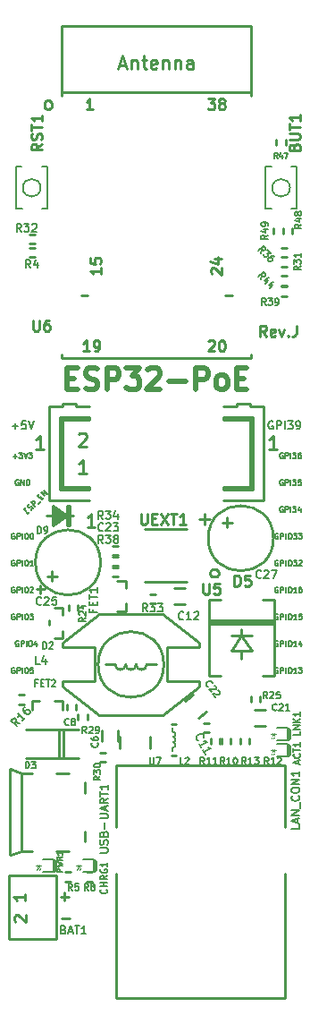
<source format=gbr>
G04 #@! TF.GenerationSoftware,KiCad,Pcbnew,5.1.6-c6e7f7d~87~ubuntu18.04.1*
G04 #@! TF.CreationDate,2022-06-10T14:43:55+03:00*
G04 #@! TF.ProjectId,ESP32-PoE_Rev_J,45535033-322d-4506-9f45-5f5265765f4a,J*
G04 #@! TF.SameCoordinates,Original*
G04 #@! TF.FileFunction,Legend,Top*
G04 #@! TF.FilePolarity,Positive*
%FSLAX46Y46*%
G04 Gerber Fmt 4.6, Leading zero omitted, Abs format (unit mm)*
G04 Created by KiCad (PCBNEW 5.1.6-c6e7f7d~87~ubuntu18.04.1) date 2022-06-10 14:43:55*
%MOMM*%
%LPD*%
G01*
G04 APERTURE LIST*
%ADD10C,0.254000*%
%ADD11C,0.190500*%
%ADD12C,0.127000*%
%ADD13C,0.508000*%
%ADD14C,0.200000*%
%ADD15C,0.100000*%
%ADD16C,0.050000*%
%ADD17C,0.600000*%
%ADD18C,0.158750*%
G04 APERTURE END LIST*
D10*
X98330657Y-131257523D02*
X97604942Y-131257523D01*
X97967800Y-131257523D02*
X97967800Y-129987523D01*
X97846847Y-130168952D01*
X97725895Y-130289904D01*
X97604942Y-130350380D01*
D11*
X115179928Y-121285000D02*
X115107357Y-121248714D01*
X114998500Y-121248714D01*
X114889642Y-121285000D01*
X114817071Y-121357571D01*
X114780785Y-121430142D01*
X114744500Y-121575285D01*
X114744500Y-121684142D01*
X114780785Y-121829285D01*
X114817071Y-121901857D01*
X114889642Y-121974428D01*
X114998500Y-122010714D01*
X115071071Y-122010714D01*
X115179928Y-121974428D01*
X115216214Y-121938142D01*
X115216214Y-121684142D01*
X115071071Y-121684142D01*
X115542785Y-122010714D02*
X115542785Y-121248714D01*
X115833071Y-121248714D01*
X115905642Y-121285000D01*
X115941928Y-121321285D01*
X115978214Y-121393857D01*
X115978214Y-121502714D01*
X115941928Y-121575285D01*
X115905642Y-121611571D01*
X115833071Y-121647857D01*
X115542785Y-121647857D01*
X116304785Y-122010714D02*
X116304785Y-121248714D01*
X116595071Y-121248714D02*
X117066785Y-121248714D01*
X116812785Y-121539000D01*
X116921642Y-121539000D01*
X116994214Y-121575285D01*
X117030500Y-121611571D01*
X117066785Y-121684142D01*
X117066785Y-121865571D01*
X117030500Y-121938142D01*
X116994214Y-121974428D01*
X116921642Y-122010714D01*
X116703928Y-122010714D01*
X116631357Y-121974428D01*
X116595071Y-121938142D01*
X117429642Y-122010714D02*
X117574785Y-122010714D01*
X117647357Y-121974428D01*
X117683642Y-121938142D01*
X117756214Y-121829285D01*
X117792500Y-121684142D01*
X117792500Y-121393857D01*
X117756214Y-121321285D01*
X117719928Y-121285000D01*
X117647357Y-121248714D01*
X117502214Y-121248714D01*
X117429642Y-121285000D01*
X117393357Y-121321285D01*
X117357071Y-121393857D01*
X117357071Y-121575285D01*
X117393357Y-121647857D01*
X117429642Y-121684142D01*
X117502214Y-121720428D01*
X117647357Y-121720428D01*
X117719928Y-121684142D01*
X117756214Y-121647857D01*
X117792500Y-121575285D01*
D12*
X116114285Y-124269500D02*
X116065904Y-124245309D01*
X115993333Y-124245309D01*
X115920761Y-124269500D01*
X115872380Y-124317880D01*
X115848190Y-124366261D01*
X115824000Y-124463023D01*
X115824000Y-124535595D01*
X115848190Y-124632357D01*
X115872380Y-124680738D01*
X115920761Y-124729119D01*
X115993333Y-124753309D01*
X116041714Y-124753309D01*
X116114285Y-124729119D01*
X116138476Y-124704928D01*
X116138476Y-124535595D01*
X116041714Y-124535595D01*
X116356190Y-124753309D02*
X116356190Y-124245309D01*
X116549714Y-124245309D01*
X116598095Y-124269500D01*
X116622285Y-124293690D01*
X116646476Y-124342071D01*
X116646476Y-124414642D01*
X116622285Y-124463023D01*
X116598095Y-124487214D01*
X116549714Y-124511404D01*
X116356190Y-124511404D01*
X116864190Y-124753309D02*
X116864190Y-124245309D01*
X117057714Y-124245309D02*
X117372190Y-124245309D01*
X117202857Y-124438833D01*
X117275428Y-124438833D01*
X117323809Y-124463023D01*
X117348000Y-124487214D01*
X117372190Y-124535595D01*
X117372190Y-124656547D01*
X117348000Y-124704928D01*
X117323809Y-124729119D01*
X117275428Y-124753309D01*
X117130285Y-124753309D01*
X117081904Y-124729119D01*
X117057714Y-124704928D01*
X117807619Y-124245309D02*
X117710857Y-124245309D01*
X117662476Y-124269500D01*
X117638285Y-124293690D01*
X117589904Y-124366261D01*
X117565714Y-124463023D01*
X117565714Y-124656547D01*
X117589904Y-124704928D01*
X117614095Y-124729119D01*
X117662476Y-124753309D01*
X117759238Y-124753309D01*
X117807619Y-124729119D01*
X117831809Y-124704928D01*
X117856000Y-124656547D01*
X117856000Y-124535595D01*
X117831809Y-124487214D01*
X117807619Y-124463023D01*
X117759238Y-124438833D01*
X117662476Y-124438833D01*
X117614095Y-124463023D01*
X117589904Y-124487214D01*
X117565714Y-124535595D01*
X116114285Y-126809500D02*
X116065904Y-126785309D01*
X115993333Y-126785309D01*
X115920761Y-126809500D01*
X115872380Y-126857880D01*
X115848190Y-126906261D01*
X115824000Y-127003023D01*
X115824000Y-127075595D01*
X115848190Y-127172357D01*
X115872380Y-127220738D01*
X115920761Y-127269119D01*
X115993333Y-127293309D01*
X116041714Y-127293309D01*
X116114285Y-127269119D01*
X116138476Y-127244928D01*
X116138476Y-127075595D01*
X116041714Y-127075595D01*
X116356190Y-127293309D02*
X116356190Y-126785309D01*
X116549714Y-126785309D01*
X116598095Y-126809500D01*
X116622285Y-126833690D01*
X116646476Y-126882071D01*
X116646476Y-126954642D01*
X116622285Y-127003023D01*
X116598095Y-127027214D01*
X116549714Y-127051404D01*
X116356190Y-127051404D01*
X116864190Y-127293309D02*
X116864190Y-126785309D01*
X117057714Y-126785309D02*
X117372190Y-126785309D01*
X117202857Y-126978833D01*
X117275428Y-126978833D01*
X117323809Y-127003023D01*
X117348000Y-127027214D01*
X117372190Y-127075595D01*
X117372190Y-127196547D01*
X117348000Y-127244928D01*
X117323809Y-127269119D01*
X117275428Y-127293309D01*
X117130285Y-127293309D01*
X117081904Y-127269119D01*
X117057714Y-127244928D01*
X117831809Y-126785309D02*
X117589904Y-126785309D01*
X117565714Y-127027214D01*
X117589904Y-127003023D01*
X117638285Y-126978833D01*
X117759238Y-126978833D01*
X117807619Y-127003023D01*
X117831809Y-127027214D01*
X117856000Y-127075595D01*
X117856000Y-127196547D01*
X117831809Y-127244928D01*
X117807619Y-127269119D01*
X117759238Y-127293309D01*
X117638285Y-127293309D01*
X117589904Y-127269119D01*
X117565714Y-127244928D01*
X116114285Y-129349500D02*
X116065904Y-129325309D01*
X115993333Y-129325309D01*
X115920761Y-129349500D01*
X115872380Y-129397880D01*
X115848190Y-129446261D01*
X115824000Y-129543023D01*
X115824000Y-129615595D01*
X115848190Y-129712357D01*
X115872380Y-129760738D01*
X115920761Y-129809119D01*
X115993333Y-129833309D01*
X116041714Y-129833309D01*
X116114285Y-129809119D01*
X116138476Y-129784928D01*
X116138476Y-129615595D01*
X116041714Y-129615595D01*
X116356190Y-129833309D02*
X116356190Y-129325309D01*
X116549714Y-129325309D01*
X116598095Y-129349500D01*
X116622285Y-129373690D01*
X116646476Y-129422071D01*
X116646476Y-129494642D01*
X116622285Y-129543023D01*
X116598095Y-129567214D01*
X116549714Y-129591404D01*
X116356190Y-129591404D01*
X116864190Y-129833309D02*
X116864190Y-129325309D01*
X117057714Y-129325309D02*
X117372190Y-129325309D01*
X117202857Y-129518833D01*
X117275428Y-129518833D01*
X117323809Y-129543023D01*
X117348000Y-129567214D01*
X117372190Y-129615595D01*
X117372190Y-129736547D01*
X117348000Y-129784928D01*
X117323809Y-129809119D01*
X117275428Y-129833309D01*
X117130285Y-129833309D01*
X117081904Y-129809119D01*
X117057714Y-129784928D01*
X117807619Y-129494642D02*
X117807619Y-129833309D01*
X117686666Y-129301119D02*
X117565714Y-129663976D01*
X117880190Y-129663976D01*
X115657690Y-131889500D02*
X115609309Y-131865309D01*
X115536738Y-131865309D01*
X115464166Y-131889500D01*
X115415785Y-131937880D01*
X115391595Y-131986261D01*
X115367404Y-132083023D01*
X115367404Y-132155595D01*
X115391595Y-132252357D01*
X115415785Y-132300738D01*
X115464166Y-132349119D01*
X115536738Y-132373309D01*
X115585119Y-132373309D01*
X115657690Y-132349119D01*
X115681880Y-132324928D01*
X115681880Y-132155595D01*
X115585119Y-132155595D01*
X115899595Y-132373309D02*
X115899595Y-131865309D01*
X116093119Y-131865309D01*
X116141500Y-131889500D01*
X116165690Y-131913690D01*
X116189880Y-131962071D01*
X116189880Y-132034642D01*
X116165690Y-132083023D01*
X116141500Y-132107214D01*
X116093119Y-132131404D01*
X115899595Y-132131404D01*
X116407595Y-132373309D02*
X116407595Y-131865309D01*
X116746261Y-131865309D02*
X116843023Y-131865309D01*
X116891404Y-131889500D01*
X116939785Y-131937880D01*
X116963976Y-132034642D01*
X116963976Y-132203976D01*
X116939785Y-132300738D01*
X116891404Y-132349119D01*
X116843023Y-132373309D01*
X116746261Y-132373309D01*
X116697880Y-132349119D01*
X116649500Y-132300738D01*
X116625309Y-132203976D01*
X116625309Y-132034642D01*
X116649500Y-131937880D01*
X116697880Y-131889500D01*
X116746261Y-131865309D01*
X117133309Y-131865309D02*
X117447785Y-131865309D01*
X117278452Y-132058833D01*
X117351023Y-132058833D01*
X117399404Y-132083023D01*
X117423595Y-132107214D01*
X117447785Y-132155595D01*
X117447785Y-132276547D01*
X117423595Y-132324928D01*
X117399404Y-132349119D01*
X117351023Y-132373309D01*
X117205880Y-132373309D01*
X117157500Y-132349119D01*
X117133309Y-132324928D01*
X117617119Y-131865309D02*
X117931595Y-131865309D01*
X117762261Y-132058833D01*
X117834833Y-132058833D01*
X117883214Y-132083023D01*
X117907404Y-132107214D01*
X117931595Y-132155595D01*
X117931595Y-132276547D01*
X117907404Y-132324928D01*
X117883214Y-132349119D01*
X117834833Y-132373309D01*
X117689690Y-132373309D01*
X117641309Y-132349119D01*
X117617119Y-132324928D01*
X115657690Y-134429500D02*
X115609309Y-134405309D01*
X115536738Y-134405309D01*
X115464166Y-134429500D01*
X115415785Y-134477880D01*
X115391595Y-134526261D01*
X115367404Y-134623023D01*
X115367404Y-134695595D01*
X115391595Y-134792357D01*
X115415785Y-134840738D01*
X115464166Y-134889119D01*
X115536738Y-134913309D01*
X115585119Y-134913309D01*
X115657690Y-134889119D01*
X115681880Y-134864928D01*
X115681880Y-134695595D01*
X115585119Y-134695595D01*
X115899595Y-134913309D02*
X115899595Y-134405309D01*
X116093119Y-134405309D01*
X116141500Y-134429500D01*
X116165690Y-134453690D01*
X116189880Y-134502071D01*
X116189880Y-134574642D01*
X116165690Y-134623023D01*
X116141500Y-134647214D01*
X116093119Y-134671404D01*
X115899595Y-134671404D01*
X116407595Y-134913309D02*
X116407595Y-134405309D01*
X116746261Y-134405309D02*
X116843023Y-134405309D01*
X116891404Y-134429500D01*
X116939785Y-134477880D01*
X116963976Y-134574642D01*
X116963976Y-134743976D01*
X116939785Y-134840738D01*
X116891404Y-134889119D01*
X116843023Y-134913309D01*
X116746261Y-134913309D01*
X116697880Y-134889119D01*
X116649500Y-134840738D01*
X116625309Y-134743976D01*
X116625309Y-134574642D01*
X116649500Y-134477880D01*
X116697880Y-134429500D01*
X116746261Y-134405309D01*
X117133309Y-134405309D02*
X117447785Y-134405309D01*
X117278452Y-134598833D01*
X117351023Y-134598833D01*
X117399404Y-134623023D01*
X117423595Y-134647214D01*
X117447785Y-134695595D01*
X117447785Y-134816547D01*
X117423595Y-134864928D01*
X117399404Y-134889119D01*
X117351023Y-134913309D01*
X117205880Y-134913309D01*
X117157500Y-134889119D01*
X117133309Y-134864928D01*
X117641309Y-134453690D02*
X117665500Y-134429500D01*
X117713880Y-134405309D01*
X117834833Y-134405309D01*
X117883214Y-134429500D01*
X117907404Y-134453690D01*
X117931595Y-134502071D01*
X117931595Y-134550452D01*
X117907404Y-134623023D01*
X117617119Y-134913309D01*
X117931595Y-134913309D01*
X115657690Y-136969500D02*
X115609309Y-136945309D01*
X115536738Y-136945309D01*
X115464166Y-136969500D01*
X115415785Y-137017880D01*
X115391595Y-137066261D01*
X115367404Y-137163023D01*
X115367404Y-137235595D01*
X115391595Y-137332357D01*
X115415785Y-137380738D01*
X115464166Y-137429119D01*
X115536738Y-137453309D01*
X115585119Y-137453309D01*
X115657690Y-137429119D01*
X115681880Y-137404928D01*
X115681880Y-137235595D01*
X115585119Y-137235595D01*
X115899595Y-137453309D02*
X115899595Y-136945309D01*
X116093119Y-136945309D01*
X116141500Y-136969500D01*
X116165690Y-136993690D01*
X116189880Y-137042071D01*
X116189880Y-137114642D01*
X116165690Y-137163023D01*
X116141500Y-137187214D01*
X116093119Y-137211404D01*
X115899595Y-137211404D01*
X116407595Y-137453309D02*
X116407595Y-136945309D01*
X116746261Y-136945309D02*
X116843023Y-136945309D01*
X116891404Y-136969500D01*
X116939785Y-137017880D01*
X116963976Y-137114642D01*
X116963976Y-137283976D01*
X116939785Y-137380738D01*
X116891404Y-137429119D01*
X116843023Y-137453309D01*
X116746261Y-137453309D01*
X116697880Y-137429119D01*
X116649500Y-137380738D01*
X116625309Y-137283976D01*
X116625309Y-137114642D01*
X116649500Y-137017880D01*
X116697880Y-136969500D01*
X116746261Y-136945309D01*
X117447785Y-137453309D02*
X117157500Y-137453309D01*
X117302642Y-137453309D02*
X117302642Y-136945309D01*
X117254261Y-137017880D01*
X117205880Y-137066261D01*
X117157500Y-137090452D01*
X117883214Y-136945309D02*
X117786452Y-136945309D01*
X117738071Y-136969500D01*
X117713880Y-136993690D01*
X117665500Y-137066261D01*
X117641309Y-137163023D01*
X117641309Y-137356547D01*
X117665500Y-137404928D01*
X117689690Y-137429119D01*
X117738071Y-137453309D01*
X117834833Y-137453309D01*
X117883214Y-137429119D01*
X117907404Y-137404928D01*
X117931595Y-137356547D01*
X117931595Y-137235595D01*
X117907404Y-137187214D01*
X117883214Y-137163023D01*
X117834833Y-137138833D01*
X117738071Y-137138833D01*
X117689690Y-137163023D01*
X117665500Y-137187214D01*
X117641309Y-137235595D01*
X115657690Y-139509500D02*
X115609309Y-139485309D01*
X115536738Y-139485309D01*
X115464166Y-139509500D01*
X115415785Y-139557880D01*
X115391595Y-139606261D01*
X115367404Y-139703023D01*
X115367404Y-139775595D01*
X115391595Y-139872357D01*
X115415785Y-139920738D01*
X115464166Y-139969119D01*
X115536738Y-139993309D01*
X115585119Y-139993309D01*
X115657690Y-139969119D01*
X115681880Y-139944928D01*
X115681880Y-139775595D01*
X115585119Y-139775595D01*
X115899595Y-139993309D02*
X115899595Y-139485309D01*
X116093119Y-139485309D01*
X116141500Y-139509500D01*
X116165690Y-139533690D01*
X116189880Y-139582071D01*
X116189880Y-139654642D01*
X116165690Y-139703023D01*
X116141500Y-139727214D01*
X116093119Y-139751404D01*
X115899595Y-139751404D01*
X116407595Y-139993309D02*
X116407595Y-139485309D01*
X116746261Y-139485309D02*
X116843023Y-139485309D01*
X116891404Y-139509500D01*
X116939785Y-139557880D01*
X116963976Y-139654642D01*
X116963976Y-139823976D01*
X116939785Y-139920738D01*
X116891404Y-139969119D01*
X116843023Y-139993309D01*
X116746261Y-139993309D01*
X116697880Y-139969119D01*
X116649500Y-139920738D01*
X116625309Y-139823976D01*
X116625309Y-139654642D01*
X116649500Y-139557880D01*
X116697880Y-139509500D01*
X116746261Y-139485309D01*
X117447785Y-139993309D02*
X117157500Y-139993309D01*
X117302642Y-139993309D02*
X117302642Y-139485309D01*
X117254261Y-139557880D01*
X117205880Y-139606261D01*
X117157500Y-139630452D01*
X117907404Y-139485309D02*
X117665500Y-139485309D01*
X117641309Y-139727214D01*
X117665500Y-139703023D01*
X117713880Y-139678833D01*
X117834833Y-139678833D01*
X117883214Y-139703023D01*
X117907404Y-139727214D01*
X117931595Y-139775595D01*
X117931595Y-139896547D01*
X117907404Y-139944928D01*
X117883214Y-139969119D01*
X117834833Y-139993309D01*
X117713880Y-139993309D01*
X117665500Y-139969119D01*
X117641309Y-139944928D01*
X115657690Y-142049500D02*
X115609309Y-142025309D01*
X115536738Y-142025309D01*
X115464166Y-142049500D01*
X115415785Y-142097880D01*
X115391595Y-142146261D01*
X115367404Y-142243023D01*
X115367404Y-142315595D01*
X115391595Y-142412357D01*
X115415785Y-142460738D01*
X115464166Y-142509119D01*
X115536738Y-142533309D01*
X115585119Y-142533309D01*
X115657690Y-142509119D01*
X115681880Y-142484928D01*
X115681880Y-142315595D01*
X115585119Y-142315595D01*
X115899595Y-142533309D02*
X115899595Y-142025309D01*
X116093119Y-142025309D01*
X116141500Y-142049500D01*
X116165690Y-142073690D01*
X116189880Y-142122071D01*
X116189880Y-142194642D01*
X116165690Y-142243023D01*
X116141500Y-142267214D01*
X116093119Y-142291404D01*
X115899595Y-142291404D01*
X116407595Y-142533309D02*
X116407595Y-142025309D01*
X116746261Y-142025309D02*
X116843023Y-142025309D01*
X116891404Y-142049500D01*
X116939785Y-142097880D01*
X116963976Y-142194642D01*
X116963976Y-142363976D01*
X116939785Y-142460738D01*
X116891404Y-142509119D01*
X116843023Y-142533309D01*
X116746261Y-142533309D01*
X116697880Y-142509119D01*
X116649500Y-142460738D01*
X116625309Y-142363976D01*
X116625309Y-142194642D01*
X116649500Y-142097880D01*
X116697880Y-142049500D01*
X116746261Y-142025309D01*
X117447785Y-142533309D02*
X117157500Y-142533309D01*
X117302642Y-142533309D02*
X117302642Y-142025309D01*
X117254261Y-142097880D01*
X117205880Y-142146261D01*
X117157500Y-142170452D01*
X117883214Y-142194642D02*
X117883214Y-142533309D01*
X117762261Y-142001119D02*
X117641309Y-142363976D01*
X117955785Y-142363976D01*
X115657690Y-144589500D02*
X115609309Y-144565309D01*
X115536738Y-144565309D01*
X115464166Y-144589500D01*
X115415785Y-144637880D01*
X115391595Y-144686261D01*
X115367404Y-144783023D01*
X115367404Y-144855595D01*
X115391595Y-144952357D01*
X115415785Y-145000738D01*
X115464166Y-145049119D01*
X115536738Y-145073309D01*
X115585119Y-145073309D01*
X115657690Y-145049119D01*
X115681880Y-145024928D01*
X115681880Y-144855595D01*
X115585119Y-144855595D01*
X115899595Y-145073309D02*
X115899595Y-144565309D01*
X116093119Y-144565309D01*
X116141500Y-144589500D01*
X116165690Y-144613690D01*
X116189880Y-144662071D01*
X116189880Y-144734642D01*
X116165690Y-144783023D01*
X116141500Y-144807214D01*
X116093119Y-144831404D01*
X115899595Y-144831404D01*
X116407595Y-145073309D02*
X116407595Y-144565309D01*
X116746261Y-144565309D02*
X116843023Y-144565309D01*
X116891404Y-144589500D01*
X116939785Y-144637880D01*
X116963976Y-144734642D01*
X116963976Y-144903976D01*
X116939785Y-145000738D01*
X116891404Y-145049119D01*
X116843023Y-145073309D01*
X116746261Y-145073309D01*
X116697880Y-145049119D01*
X116649500Y-145000738D01*
X116625309Y-144903976D01*
X116625309Y-144734642D01*
X116649500Y-144637880D01*
X116697880Y-144589500D01*
X116746261Y-144565309D01*
X117447785Y-145073309D02*
X117157500Y-145073309D01*
X117302642Y-145073309D02*
X117302642Y-144565309D01*
X117254261Y-144637880D01*
X117205880Y-144686261D01*
X117157500Y-144710452D01*
X117617119Y-144565309D02*
X117931595Y-144565309D01*
X117762261Y-144758833D01*
X117834833Y-144758833D01*
X117883214Y-144783023D01*
X117907404Y-144807214D01*
X117931595Y-144855595D01*
X117931595Y-144976547D01*
X117907404Y-145024928D01*
X117883214Y-145049119D01*
X117834833Y-145073309D01*
X117689690Y-145073309D01*
X117641309Y-145049119D01*
X117617119Y-145024928D01*
X90690095Y-144589500D02*
X90641714Y-144565309D01*
X90569142Y-144565309D01*
X90496571Y-144589500D01*
X90448190Y-144637880D01*
X90424000Y-144686261D01*
X90399809Y-144783023D01*
X90399809Y-144855595D01*
X90424000Y-144952357D01*
X90448190Y-145000738D01*
X90496571Y-145049119D01*
X90569142Y-145073309D01*
X90617523Y-145073309D01*
X90690095Y-145049119D01*
X90714285Y-145024928D01*
X90714285Y-144855595D01*
X90617523Y-144855595D01*
X90932000Y-145073309D02*
X90932000Y-144565309D01*
X91125523Y-144565309D01*
X91173904Y-144589500D01*
X91198095Y-144613690D01*
X91222285Y-144662071D01*
X91222285Y-144734642D01*
X91198095Y-144783023D01*
X91173904Y-144807214D01*
X91125523Y-144831404D01*
X90932000Y-144831404D01*
X91440000Y-145073309D02*
X91440000Y-144565309D01*
X91778666Y-144565309D02*
X91875428Y-144565309D01*
X91923809Y-144589500D01*
X91972190Y-144637880D01*
X91996380Y-144734642D01*
X91996380Y-144903976D01*
X91972190Y-145000738D01*
X91923809Y-145049119D01*
X91875428Y-145073309D01*
X91778666Y-145073309D01*
X91730285Y-145049119D01*
X91681904Y-145000738D01*
X91657714Y-144903976D01*
X91657714Y-144734642D01*
X91681904Y-144637880D01*
X91730285Y-144589500D01*
X91778666Y-144565309D01*
X92456000Y-144565309D02*
X92214095Y-144565309D01*
X92189904Y-144807214D01*
X92214095Y-144783023D01*
X92262476Y-144758833D01*
X92383428Y-144758833D01*
X92431809Y-144783023D01*
X92456000Y-144807214D01*
X92480190Y-144855595D01*
X92480190Y-144976547D01*
X92456000Y-145024928D01*
X92431809Y-145049119D01*
X92383428Y-145073309D01*
X92262476Y-145073309D01*
X92214095Y-145049119D01*
X92189904Y-145024928D01*
X91071095Y-142049500D02*
X91022714Y-142025309D01*
X90950142Y-142025309D01*
X90877571Y-142049500D01*
X90829190Y-142097880D01*
X90805000Y-142146261D01*
X90780809Y-142243023D01*
X90780809Y-142315595D01*
X90805000Y-142412357D01*
X90829190Y-142460738D01*
X90877571Y-142509119D01*
X90950142Y-142533309D01*
X90998523Y-142533309D01*
X91071095Y-142509119D01*
X91095285Y-142484928D01*
X91095285Y-142315595D01*
X90998523Y-142315595D01*
X91313000Y-142533309D02*
X91313000Y-142025309D01*
X91506523Y-142025309D01*
X91554904Y-142049500D01*
X91579095Y-142073690D01*
X91603285Y-142122071D01*
X91603285Y-142194642D01*
X91579095Y-142243023D01*
X91554904Y-142267214D01*
X91506523Y-142291404D01*
X91313000Y-142291404D01*
X91821000Y-142533309D02*
X91821000Y-142025309D01*
X92159666Y-142025309D02*
X92256428Y-142025309D01*
X92304809Y-142049500D01*
X92353190Y-142097880D01*
X92377380Y-142194642D01*
X92377380Y-142363976D01*
X92353190Y-142460738D01*
X92304809Y-142509119D01*
X92256428Y-142533309D01*
X92159666Y-142533309D01*
X92111285Y-142509119D01*
X92062904Y-142460738D01*
X92038714Y-142363976D01*
X92038714Y-142194642D01*
X92062904Y-142097880D01*
X92111285Y-142049500D01*
X92159666Y-142025309D01*
X92812809Y-142194642D02*
X92812809Y-142533309D01*
X92691857Y-142001119D02*
X92570904Y-142363976D01*
X92885380Y-142363976D01*
X90690095Y-139509500D02*
X90641714Y-139485309D01*
X90569142Y-139485309D01*
X90496571Y-139509500D01*
X90448190Y-139557880D01*
X90424000Y-139606261D01*
X90399809Y-139703023D01*
X90399809Y-139775595D01*
X90424000Y-139872357D01*
X90448190Y-139920738D01*
X90496571Y-139969119D01*
X90569142Y-139993309D01*
X90617523Y-139993309D01*
X90690095Y-139969119D01*
X90714285Y-139944928D01*
X90714285Y-139775595D01*
X90617523Y-139775595D01*
X90932000Y-139993309D02*
X90932000Y-139485309D01*
X91125523Y-139485309D01*
X91173904Y-139509500D01*
X91198095Y-139533690D01*
X91222285Y-139582071D01*
X91222285Y-139654642D01*
X91198095Y-139703023D01*
X91173904Y-139727214D01*
X91125523Y-139751404D01*
X90932000Y-139751404D01*
X91440000Y-139993309D02*
X91440000Y-139485309D01*
X91778666Y-139485309D02*
X91875428Y-139485309D01*
X91923809Y-139509500D01*
X91972190Y-139557880D01*
X91996380Y-139654642D01*
X91996380Y-139823976D01*
X91972190Y-139920738D01*
X91923809Y-139969119D01*
X91875428Y-139993309D01*
X91778666Y-139993309D01*
X91730285Y-139969119D01*
X91681904Y-139920738D01*
X91657714Y-139823976D01*
X91657714Y-139654642D01*
X91681904Y-139557880D01*
X91730285Y-139509500D01*
X91778666Y-139485309D01*
X92165714Y-139485309D02*
X92480190Y-139485309D01*
X92310857Y-139678833D01*
X92383428Y-139678833D01*
X92431809Y-139703023D01*
X92456000Y-139727214D01*
X92480190Y-139775595D01*
X92480190Y-139896547D01*
X92456000Y-139944928D01*
X92431809Y-139969119D01*
X92383428Y-139993309D01*
X92238285Y-139993309D01*
X92189904Y-139969119D01*
X92165714Y-139944928D01*
X90690095Y-136969500D02*
X90641714Y-136945309D01*
X90569142Y-136945309D01*
X90496571Y-136969500D01*
X90448190Y-137017880D01*
X90424000Y-137066261D01*
X90399809Y-137163023D01*
X90399809Y-137235595D01*
X90424000Y-137332357D01*
X90448190Y-137380738D01*
X90496571Y-137429119D01*
X90569142Y-137453309D01*
X90617523Y-137453309D01*
X90690095Y-137429119D01*
X90714285Y-137404928D01*
X90714285Y-137235595D01*
X90617523Y-137235595D01*
X90932000Y-137453309D02*
X90932000Y-136945309D01*
X91125523Y-136945309D01*
X91173904Y-136969500D01*
X91198095Y-136993690D01*
X91222285Y-137042071D01*
X91222285Y-137114642D01*
X91198095Y-137163023D01*
X91173904Y-137187214D01*
X91125523Y-137211404D01*
X90932000Y-137211404D01*
X91440000Y-137453309D02*
X91440000Y-136945309D01*
X91778666Y-136945309D02*
X91875428Y-136945309D01*
X91923809Y-136969500D01*
X91972190Y-137017880D01*
X91996380Y-137114642D01*
X91996380Y-137283976D01*
X91972190Y-137380738D01*
X91923809Y-137429119D01*
X91875428Y-137453309D01*
X91778666Y-137453309D01*
X91730285Y-137429119D01*
X91681904Y-137380738D01*
X91657714Y-137283976D01*
X91657714Y-137114642D01*
X91681904Y-137017880D01*
X91730285Y-136969500D01*
X91778666Y-136945309D01*
X92189904Y-136993690D02*
X92214095Y-136969500D01*
X92262476Y-136945309D01*
X92383428Y-136945309D01*
X92431809Y-136969500D01*
X92456000Y-136993690D01*
X92480190Y-137042071D01*
X92480190Y-137090452D01*
X92456000Y-137163023D01*
X92165714Y-137453309D01*
X92480190Y-137453309D01*
X90690095Y-134429500D02*
X90641714Y-134405309D01*
X90569142Y-134405309D01*
X90496571Y-134429500D01*
X90448190Y-134477880D01*
X90424000Y-134526261D01*
X90399809Y-134623023D01*
X90399809Y-134695595D01*
X90424000Y-134792357D01*
X90448190Y-134840738D01*
X90496571Y-134889119D01*
X90569142Y-134913309D01*
X90617523Y-134913309D01*
X90690095Y-134889119D01*
X90714285Y-134864928D01*
X90714285Y-134695595D01*
X90617523Y-134695595D01*
X90932000Y-134913309D02*
X90932000Y-134405309D01*
X91125523Y-134405309D01*
X91173904Y-134429500D01*
X91198095Y-134453690D01*
X91222285Y-134502071D01*
X91222285Y-134574642D01*
X91198095Y-134623023D01*
X91173904Y-134647214D01*
X91125523Y-134671404D01*
X90932000Y-134671404D01*
X91440000Y-134913309D02*
X91440000Y-134405309D01*
X91778666Y-134405309D02*
X91875428Y-134405309D01*
X91923809Y-134429500D01*
X91972190Y-134477880D01*
X91996380Y-134574642D01*
X91996380Y-134743976D01*
X91972190Y-134840738D01*
X91923809Y-134889119D01*
X91875428Y-134913309D01*
X91778666Y-134913309D01*
X91730285Y-134889119D01*
X91681904Y-134840738D01*
X91657714Y-134743976D01*
X91657714Y-134574642D01*
X91681904Y-134477880D01*
X91730285Y-134429500D01*
X91778666Y-134405309D01*
X92480190Y-134913309D02*
X92189904Y-134913309D01*
X92335047Y-134913309D02*
X92335047Y-134405309D01*
X92286666Y-134477880D01*
X92238285Y-134526261D01*
X92189904Y-134550452D01*
X90690095Y-131889500D02*
X90641714Y-131865309D01*
X90569142Y-131865309D01*
X90496571Y-131889500D01*
X90448190Y-131937880D01*
X90424000Y-131986261D01*
X90399809Y-132083023D01*
X90399809Y-132155595D01*
X90424000Y-132252357D01*
X90448190Y-132300738D01*
X90496571Y-132349119D01*
X90569142Y-132373309D01*
X90617523Y-132373309D01*
X90690095Y-132349119D01*
X90714285Y-132324928D01*
X90714285Y-132155595D01*
X90617523Y-132155595D01*
X90932000Y-132373309D02*
X90932000Y-131865309D01*
X91125523Y-131865309D01*
X91173904Y-131889500D01*
X91198095Y-131913690D01*
X91222285Y-131962071D01*
X91222285Y-132034642D01*
X91198095Y-132083023D01*
X91173904Y-132107214D01*
X91125523Y-132131404D01*
X90932000Y-132131404D01*
X91440000Y-132373309D02*
X91440000Y-131865309D01*
X91778666Y-131865309D02*
X91875428Y-131865309D01*
X91923809Y-131889500D01*
X91972190Y-131937880D01*
X91996380Y-132034642D01*
X91996380Y-132203976D01*
X91972190Y-132300738D01*
X91923809Y-132349119D01*
X91875428Y-132373309D01*
X91778666Y-132373309D01*
X91730285Y-132349119D01*
X91681904Y-132300738D01*
X91657714Y-132203976D01*
X91657714Y-132034642D01*
X91681904Y-131937880D01*
X91730285Y-131889500D01*
X91778666Y-131865309D01*
X92310857Y-131865309D02*
X92359238Y-131865309D01*
X92407619Y-131889500D01*
X92431809Y-131913690D01*
X92456000Y-131962071D01*
X92480190Y-132058833D01*
X92480190Y-132179785D01*
X92456000Y-132276547D01*
X92431809Y-132324928D01*
X92407619Y-132349119D01*
X92359238Y-132373309D01*
X92310857Y-132373309D01*
X92262476Y-132349119D01*
X92238285Y-132324928D01*
X92214095Y-132276547D01*
X92189904Y-132179785D01*
X92189904Y-132058833D01*
X92214095Y-131962071D01*
X92238285Y-131913690D01*
X92262476Y-131889500D01*
X92310857Y-131865309D01*
X91769211Y-129794472D02*
X91888948Y-129674736D01*
X92128421Y-129811578D02*
X91957369Y-129982630D01*
X91598158Y-129623420D01*
X91769211Y-129452367D01*
X92248158Y-129657630D02*
X92316579Y-129623420D01*
X92402105Y-129537894D01*
X92419210Y-129486578D01*
X92419210Y-129452367D01*
X92402105Y-129401052D01*
X92367895Y-129366841D01*
X92316579Y-129349736D01*
X92282368Y-129349736D01*
X92231053Y-129366841D01*
X92145526Y-129418157D01*
X92094211Y-129435262D01*
X92060000Y-129435262D01*
X92008684Y-129418157D01*
X91974474Y-129383946D01*
X91957369Y-129332631D01*
X91957369Y-129298420D01*
X91974474Y-129247104D01*
X92060000Y-129161578D01*
X92128421Y-129127368D01*
X92624473Y-129315525D02*
X92265263Y-128956315D01*
X92402105Y-128819473D01*
X92453421Y-128802368D01*
X92487631Y-128802368D01*
X92538947Y-128819473D01*
X92590263Y-128870789D01*
X92607368Y-128922105D01*
X92607368Y-128956315D01*
X92590263Y-129007631D01*
X92453421Y-129144473D01*
X92932368Y-129076052D02*
X93206052Y-128802368D01*
X93069210Y-128494474D02*
X93188946Y-128374737D01*
X93428420Y-128511579D02*
X93257367Y-128682631D01*
X92898157Y-128323421D01*
X93069210Y-128152369D01*
X93582367Y-128357632D02*
X93223157Y-127998421D01*
X93787630Y-128152369D01*
X93428420Y-127793158D01*
X91052952Y-126809500D02*
X91004571Y-126785309D01*
X90932000Y-126785309D01*
X90859428Y-126809500D01*
X90811047Y-126857880D01*
X90786857Y-126906261D01*
X90762666Y-127003023D01*
X90762666Y-127075595D01*
X90786857Y-127172357D01*
X90811047Y-127220738D01*
X90859428Y-127269119D01*
X90932000Y-127293309D01*
X90980380Y-127293309D01*
X91052952Y-127269119D01*
X91077142Y-127244928D01*
X91077142Y-127075595D01*
X90980380Y-127075595D01*
X91294857Y-127293309D02*
X91294857Y-126785309D01*
X91585142Y-127293309D01*
X91585142Y-126785309D01*
X91827047Y-127293309D02*
X91827047Y-126785309D01*
X91948000Y-126785309D01*
X92020571Y-126809500D01*
X92068952Y-126857880D01*
X92093142Y-126906261D01*
X92117333Y-127003023D01*
X92117333Y-127075595D01*
X92093142Y-127172357D01*
X92068952Y-127220738D01*
X92020571Y-127269119D01*
X91948000Y-127293309D01*
X91827047Y-127293309D01*
X90544952Y-124559785D02*
X90932000Y-124559785D01*
X90738476Y-124753309D02*
X90738476Y-124366261D01*
X91125523Y-124245309D02*
X91440000Y-124245309D01*
X91270666Y-124438833D01*
X91343238Y-124438833D01*
X91391619Y-124463023D01*
X91415809Y-124487214D01*
X91440000Y-124535595D01*
X91440000Y-124656547D01*
X91415809Y-124704928D01*
X91391619Y-124729119D01*
X91343238Y-124753309D01*
X91198095Y-124753309D01*
X91149714Y-124729119D01*
X91125523Y-124704928D01*
X91585142Y-124245309D02*
X91754476Y-124753309D01*
X91923809Y-124245309D01*
X92044761Y-124245309D02*
X92359238Y-124245309D01*
X92189904Y-124438833D01*
X92262476Y-124438833D01*
X92310857Y-124463023D01*
X92335047Y-124487214D01*
X92359238Y-124535595D01*
X92359238Y-124656547D01*
X92335047Y-124704928D01*
X92310857Y-124729119D01*
X92262476Y-124753309D01*
X92117333Y-124753309D01*
X92068952Y-124729119D01*
X92044761Y-124704928D01*
D11*
X90460285Y-121720428D02*
X91040857Y-121720428D01*
X90750571Y-122010714D02*
X90750571Y-121430142D01*
X91766571Y-121248714D02*
X91403714Y-121248714D01*
X91367428Y-121611571D01*
X91403714Y-121575285D01*
X91476285Y-121539000D01*
X91657714Y-121539000D01*
X91730285Y-121575285D01*
X91766571Y-121611571D01*
X91802857Y-121684142D01*
X91802857Y-121865571D01*
X91766571Y-121938142D01*
X91730285Y-121974428D01*
X91657714Y-122010714D01*
X91476285Y-122010714D01*
X91403714Y-121974428D01*
X91367428Y-121938142D01*
X92020571Y-121248714D02*
X92274571Y-122010714D01*
X92528571Y-121248714D01*
D10*
X95891047Y-168329428D02*
X95116952Y-168329428D01*
X95449571Y-166630047D02*
X95449571Y-165855952D01*
X95836619Y-166243000D02*
X95062523Y-166243000D01*
X115551857Y-123891523D02*
X114826142Y-123891523D01*
X115189000Y-123891523D02*
X115189000Y-122621523D01*
X115068047Y-122802952D01*
X114947095Y-122923904D01*
X114826142Y-122984380D01*
X93453857Y-123891523D02*
X92728142Y-123891523D01*
X93091000Y-123891523D02*
X93091000Y-122621523D01*
X92970047Y-122802952D01*
X92849095Y-122923904D01*
X92728142Y-122984380D01*
D13*
X95673333Y-117202857D02*
X96350666Y-117202857D01*
X96640952Y-118267238D02*
X95673333Y-118267238D01*
X95673333Y-116235238D01*
X96640952Y-116235238D01*
X97415047Y-118170476D02*
X97705333Y-118267238D01*
X98189142Y-118267238D01*
X98382666Y-118170476D01*
X98479428Y-118073714D01*
X98576190Y-117880190D01*
X98576190Y-117686666D01*
X98479428Y-117493142D01*
X98382666Y-117396380D01*
X98189142Y-117299619D01*
X97802095Y-117202857D01*
X97608571Y-117106095D01*
X97511809Y-117009333D01*
X97415047Y-116815809D01*
X97415047Y-116622285D01*
X97511809Y-116428761D01*
X97608571Y-116332000D01*
X97802095Y-116235238D01*
X98285904Y-116235238D01*
X98576190Y-116332000D01*
X99447047Y-118267238D02*
X99447047Y-116235238D01*
X100221142Y-116235238D01*
X100414666Y-116332000D01*
X100511428Y-116428761D01*
X100608190Y-116622285D01*
X100608190Y-116912571D01*
X100511428Y-117106095D01*
X100414666Y-117202857D01*
X100221142Y-117299619D01*
X99447047Y-117299619D01*
X101285523Y-116235238D02*
X102543428Y-116235238D01*
X101866095Y-117009333D01*
X102156380Y-117009333D01*
X102349904Y-117106095D01*
X102446666Y-117202857D01*
X102543428Y-117396380D01*
X102543428Y-117880190D01*
X102446666Y-118073714D01*
X102349904Y-118170476D01*
X102156380Y-118267238D01*
X101575809Y-118267238D01*
X101382285Y-118170476D01*
X101285523Y-118073714D01*
X103317523Y-116428761D02*
X103414285Y-116332000D01*
X103607809Y-116235238D01*
X104091619Y-116235238D01*
X104285142Y-116332000D01*
X104381904Y-116428761D01*
X104478666Y-116622285D01*
X104478666Y-116815809D01*
X104381904Y-117106095D01*
X103220761Y-118267238D01*
X104478666Y-118267238D01*
X105349523Y-117493142D02*
X106897714Y-117493142D01*
X107865333Y-118267238D02*
X107865333Y-116235238D01*
X108639428Y-116235238D01*
X108832952Y-116332000D01*
X108929714Y-116428761D01*
X109026476Y-116622285D01*
X109026476Y-116912571D01*
X108929714Y-117106095D01*
X108832952Y-117202857D01*
X108639428Y-117299619D01*
X107865333Y-117299619D01*
X110187619Y-118267238D02*
X109994095Y-118170476D01*
X109897333Y-118073714D01*
X109800571Y-117880190D01*
X109800571Y-117299619D01*
X109897333Y-117106095D01*
X109994095Y-117009333D01*
X110187619Y-116912571D01*
X110477904Y-116912571D01*
X110671428Y-117009333D01*
X110768190Y-117106095D01*
X110864952Y-117299619D01*
X110864952Y-117880190D01*
X110768190Y-118073714D01*
X110671428Y-118170476D01*
X110477904Y-118267238D01*
X110187619Y-118267238D01*
X111735809Y-117202857D02*
X112413142Y-117202857D01*
X112703428Y-118267238D02*
X111735809Y-118267238D01*
X111735809Y-116235238D01*
X112703428Y-116235238D01*
D10*
X114560047Y-113235619D02*
X114221380Y-112751809D01*
X113979476Y-113235619D02*
X113979476Y-112219619D01*
X114366523Y-112219619D01*
X114463285Y-112268000D01*
X114511666Y-112316380D01*
X114560047Y-112413142D01*
X114560047Y-112558285D01*
X114511666Y-112655047D01*
X114463285Y-112703428D01*
X114366523Y-112751809D01*
X113979476Y-112751809D01*
X115382523Y-113187238D02*
X115285761Y-113235619D01*
X115092238Y-113235619D01*
X114995476Y-113187238D01*
X114947095Y-113090476D01*
X114947095Y-112703428D01*
X114995476Y-112606666D01*
X115092238Y-112558285D01*
X115285761Y-112558285D01*
X115382523Y-112606666D01*
X115430904Y-112703428D01*
X115430904Y-112800190D01*
X114947095Y-112896952D01*
X115769571Y-112558285D02*
X116011476Y-113235619D01*
X116253380Y-112558285D01*
X116640428Y-113138857D02*
X116688809Y-113187238D01*
X116640428Y-113235619D01*
X116592047Y-113187238D01*
X116640428Y-113138857D01*
X116640428Y-113235619D01*
X117414523Y-112219619D02*
X117414523Y-112945333D01*
X117366142Y-113090476D01*
X117269380Y-113187238D01*
X117124238Y-113235619D01*
X117027476Y-113235619D01*
X115228021Y-132334000D02*
G75*
G03*
X115228021Y-132334000I-3087021J0D01*
G01*
D12*
X116798738Y-99187000D02*
G75*
G03*
X116798738Y-99187000I-839738J0D01*
G01*
X116898000Y-101187000D02*
X117456800Y-101187000D01*
X114461200Y-101187000D02*
X115070800Y-101187000D01*
X116898000Y-97187000D02*
X117456800Y-97187000D01*
X114462000Y-97187000D02*
X115020800Y-97187000D01*
X117459000Y-101187000D02*
X117459000Y-97187000D01*
X114459000Y-101187000D02*
X114459000Y-97187000D01*
X93160738Y-99187000D02*
G75*
G03*
X93160738Y-99187000I-839738J0D01*
G01*
X93260000Y-101187000D02*
X93818800Y-101187000D01*
X90823200Y-101187000D02*
X91432800Y-101187000D01*
X93260000Y-97187000D02*
X93818800Y-97187000D01*
X90824000Y-97187000D02*
X91382800Y-97187000D01*
X93821000Y-101187000D02*
X93821000Y-97187000D01*
X90821000Y-101187000D02*
X90821000Y-97187000D01*
D10*
X103505000Y-151079200D02*
X103505000Y-152209500D01*
X100698300Y-151079200D02*
X100698300Y-152209500D01*
X108086822Y-149331863D02*
X108887441Y-148706351D01*
X106835797Y-147730625D02*
X107636416Y-147105113D01*
D14*
X105641000Y-152134000D02*
X105641000Y-152484000D01*
X105641000Y-150634000D02*
X105641000Y-150284000D01*
D10*
X105591000Y-149884000D02*
X105991000Y-149884000D01*
X105591000Y-152884000D02*
X105991000Y-152884000D01*
D14*
X105691000Y-151134000D02*
G75*
G02*
X105691000Y-151634000I0J-250000D01*
G01*
X105691000Y-150634000D02*
G75*
G02*
X105691000Y-151134000I0J-250000D01*
G01*
X105691000Y-151634000D02*
G75*
G02*
X105691000Y-152134000I0J-250000D01*
G01*
D10*
X100331000Y-153846000D02*
X116331000Y-153846000D01*
X116331000Y-153846000D02*
X116331000Y-159616000D01*
X116331000Y-164046000D02*
X116331000Y-175846000D01*
X116331000Y-175846000D02*
X100331000Y-175846000D01*
X100331000Y-175846000D02*
X100331000Y-164046000D01*
X100331000Y-159616000D02*
X100331000Y-153846000D01*
X108839000Y-150685500D02*
X108585000Y-150685500D01*
X108839000Y-150685500D02*
X109093000Y-150685500D01*
X108839000Y-149796500D02*
X109093000Y-149796500D01*
X108839000Y-149796500D02*
X108585000Y-149796500D01*
X100457000Y-150495000D02*
X100457000Y-151511000D01*
X98933000Y-150495000D02*
X98933000Y-151511000D01*
X91313000Y-148018500D02*
X91059000Y-148018500D01*
X91313000Y-148018500D02*
X91567000Y-148018500D01*
X91313000Y-147129500D02*
X91567000Y-147129500D01*
X91313000Y-147129500D02*
X91059000Y-147129500D01*
X92329000Y-105727500D02*
X92075000Y-105727500D01*
X92329000Y-105727500D02*
X92583000Y-105727500D01*
X92329000Y-104838500D02*
X92583000Y-104838500D01*
X92329000Y-104838500D02*
X92075000Y-104838500D01*
D12*
X116586000Y-151460200D02*
X115570000Y-151460200D01*
X115570000Y-150241000D02*
X116586000Y-150241000D01*
D15*
X114929000Y-150876000D02*
X115449000Y-150876000D01*
X115099000Y-150766000D02*
X115099000Y-150986000D01*
X115099000Y-150766000D02*
X115209000Y-150866000D01*
X115099000Y-150986000D02*
X115199000Y-150886000D01*
X115289000Y-150766000D02*
X115289000Y-150986000D01*
D16*
X115366800Y-151121600D02*
X115236800Y-151231600D01*
X115235200Y-151230600D02*
X115315200Y-151220600D01*
X115235200Y-151230600D02*
X115235200Y-151150600D01*
X115019800Y-151230600D02*
X115019800Y-151150600D01*
X115019800Y-151230600D02*
X115099800Y-151220600D01*
X115159800Y-151100600D02*
X115029800Y-151210600D01*
D10*
X116598700Y-150304500D02*
X116751100Y-150431500D01*
X116598700Y-151396700D02*
X116738400Y-151269700D01*
X116751100Y-150431500D02*
X116751100Y-151257000D01*
X116586000Y-151358600D02*
X116586000Y-150317200D01*
D12*
X116586000Y-152984200D02*
X115570000Y-152984200D01*
X115570000Y-151765000D02*
X116586000Y-151765000D01*
D15*
X114929000Y-152400000D02*
X115449000Y-152400000D01*
X115099000Y-152290000D02*
X115099000Y-152510000D01*
X115099000Y-152290000D02*
X115209000Y-152390000D01*
X115099000Y-152510000D02*
X115199000Y-152410000D01*
X115289000Y-152290000D02*
X115289000Y-152510000D01*
D16*
X115366800Y-152645600D02*
X115236800Y-152755600D01*
X115235200Y-152754600D02*
X115315200Y-152744600D01*
X115235200Y-152754600D02*
X115235200Y-152674600D01*
X115019800Y-152754600D02*
X115019800Y-152674600D01*
X115019800Y-152754600D02*
X115099800Y-152744600D01*
X115159800Y-152624600D02*
X115029800Y-152734600D01*
D10*
X116598700Y-151828500D02*
X116751100Y-151955500D01*
X116598700Y-152920700D02*
X116738400Y-152793700D01*
X116751100Y-151955500D02*
X116751100Y-152781000D01*
X116586000Y-152882600D02*
X116586000Y-151841200D01*
X116205000Y-108394500D02*
X115951000Y-108394500D01*
X116205000Y-108394500D02*
X116459000Y-108394500D01*
X116205000Y-107505500D02*
X116459000Y-107505500D01*
X116205000Y-107505500D02*
X115951000Y-107505500D01*
X116205000Y-108521500D02*
X116459000Y-108521500D01*
X116205000Y-108521500D02*
X115951000Y-108521500D01*
X116205000Y-109410500D02*
X115951000Y-109410500D01*
X116205000Y-109410500D02*
X116459000Y-109410500D01*
X116205000Y-104838500D02*
X116459000Y-104838500D01*
X116205000Y-104838500D02*
X115951000Y-104838500D01*
X116205000Y-105727500D02*
X115951000Y-105727500D01*
X116205000Y-105727500D02*
X116459000Y-105727500D01*
X116205000Y-105727500D02*
X116459000Y-105727500D01*
X116205000Y-105727500D02*
X115951000Y-105727500D01*
X116205000Y-106616500D02*
X115951000Y-106616500D01*
X116205000Y-106616500D02*
X116459000Y-106616500D01*
X99060000Y-152590500D02*
X98806000Y-152590500D01*
X99060000Y-152590500D02*
X99314000Y-152590500D01*
X99060000Y-153479500D02*
X99314000Y-153479500D01*
X99060000Y-153479500D02*
X98806000Y-153479500D01*
X96710500Y-149225000D02*
X96710500Y-149479000D01*
X96710500Y-149225000D02*
X96710500Y-148971000D01*
X97599500Y-149225000D02*
X97599500Y-148971000D01*
X97599500Y-149225000D02*
X97599500Y-149479000D01*
X113982500Y-147574000D02*
X113982500Y-147828000D01*
X113982500Y-147574000D02*
X113982500Y-147320000D01*
X113093500Y-147574000D02*
X113093500Y-147320000D01*
X113093500Y-147574000D02*
X113093500Y-147828000D01*
X95758000Y-164782500D02*
X95504000Y-164782500D01*
X95758000Y-164782500D02*
X96012000Y-164782500D01*
X95758000Y-163893500D02*
X96012000Y-163893500D01*
X95758000Y-163893500D02*
X95504000Y-163893500D01*
X111188500Y-151511000D02*
X111188500Y-151257000D01*
X111188500Y-151511000D02*
X111188500Y-151765000D01*
X112077500Y-151511000D02*
X112077500Y-151765000D01*
X112077500Y-151511000D02*
X112077500Y-151257000D01*
X112077500Y-151511000D02*
X112077500Y-151257000D01*
X112077500Y-151511000D02*
X112077500Y-151765000D01*
X112966500Y-151511000D02*
X112966500Y-151765000D01*
X112966500Y-151511000D02*
X112966500Y-151257000D01*
X109283500Y-151511000D02*
X109283500Y-151257000D01*
X109283500Y-151511000D02*
X109283500Y-151765000D01*
X110172500Y-151511000D02*
X110172500Y-151765000D01*
X110172500Y-151511000D02*
X110172500Y-151257000D01*
X110299500Y-151511000D02*
X110299500Y-151257000D01*
X110299500Y-151511000D02*
X110299500Y-151765000D01*
X111188500Y-151511000D02*
X111188500Y-151765000D01*
X111188500Y-151511000D02*
X111188500Y-151257000D01*
X97790000Y-163893500D02*
X98044000Y-163893500D01*
X97790000Y-163893500D02*
X97536000Y-163893500D01*
X97790000Y-164782500D02*
X97536000Y-164782500D01*
X97790000Y-164782500D02*
X98044000Y-164782500D01*
X95821500Y-138938000D02*
X95821500Y-138684000D01*
X95821500Y-138938000D02*
X95821500Y-139192000D01*
X96710500Y-138938000D02*
X96710500Y-139192000D01*
X96710500Y-138938000D02*
X96710500Y-138684000D01*
X96520000Y-148336000D02*
X96520000Y-148590000D01*
X96520000Y-148336000D02*
X96520000Y-148082000D01*
X95631000Y-148336000D02*
X95631000Y-148082000D01*
X95631000Y-148336000D02*
X95631000Y-148590000D01*
X99327000Y-144272000D02*
X100227000Y-144272000D01*
X103227000Y-144272000D02*
X104127000Y-144272000D01*
X104838270Y-144272000D02*
G75*
G03*
X104838270Y-144272000I-3111270J0D01*
G01*
X108227000Y-146372000D02*
X104727000Y-149072000D01*
X108227000Y-145872000D02*
X108227000Y-146372000D01*
X105127000Y-145872000D02*
X108227000Y-145872000D01*
X105127000Y-142672000D02*
X105127000Y-145872000D01*
X108227000Y-142672000D02*
X105127000Y-142672000D01*
X108227000Y-142172000D02*
X108227000Y-142672000D01*
X104727000Y-139472000D02*
X108227000Y-142172000D01*
X98727000Y-139472000D02*
X104727000Y-139472000D01*
X95227000Y-142172000D02*
X98727000Y-139472000D01*
X95227000Y-142672000D02*
X95227000Y-142172000D01*
X98327000Y-142672000D02*
X95227000Y-142672000D01*
X98327000Y-145872000D02*
X98327000Y-142672000D01*
X95227000Y-145872000D02*
X98327000Y-145872000D01*
X95227000Y-146372000D02*
X95227000Y-145872000D01*
X98727000Y-149072000D02*
X95227000Y-146372000D01*
X104727000Y-149072000D02*
X98727000Y-149072000D01*
X102227000Y-144272000D02*
G75*
G02*
X101227000Y-144272000I-500000J0D01*
G01*
X101227000Y-144272000D02*
G75*
G02*
X100227000Y-144272000I-500000J0D01*
G01*
X103227000Y-144272000D02*
G75*
G02*
X102227000Y-144272000I-500000J0D01*
G01*
X112217200Y-142932000D02*
X112217200Y-143732000D01*
X112217200Y-141532000D02*
X112217200Y-140932000D01*
X109117200Y-145332000D02*
X110217200Y-145332000D01*
X115317200Y-145332000D02*
X114217200Y-145332000D01*
X109117200Y-138132000D02*
X110217200Y-138132000D01*
X115317200Y-138132000D02*
X114217200Y-138132000D01*
X111217200Y-141532000D02*
X113217200Y-141532000D01*
X111217200Y-142932000D02*
X112217200Y-141532000D01*
X113217200Y-142932000D02*
X112217200Y-141532000D01*
X111217200Y-142932000D02*
X113217200Y-142932000D01*
X109117200Y-145332000D02*
X109117200Y-138132000D01*
X115317200Y-138132000D02*
X115317200Y-145332000D01*
D17*
X115117200Y-140232000D02*
X109317200Y-140232000D01*
D10*
X94924000Y-153115000D02*
X94924000Y-150415000D01*
X91734000Y-153115000D02*
X96734000Y-153115000D01*
X95364000Y-153115000D02*
X95364000Y-150415000D01*
X96734000Y-150415000D02*
X91734000Y-150415000D01*
D12*
X94361000Y-163906200D02*
X93345000Y-163906200D01*
X93345000Y-162687000D02*
X94361000Y-162687000D01*
D15*
X92704000Y-163322000D02*
X93224000Y-163322000D01*
X92874000Y-163212000D02*
X92874000Y-163432000D01*
X92874000Y-163212000D02*
X92984000Y-163312000D01*
X92874000Y-163432000D02*
X92974000Y-163332000D01*
X93064000Y-163212000D02*
X93064000Y-163432000D01*
D16*
X93141800Y-163567600D02*
X93011800Y-163677600D01*
X93010200Y-163676600D02*
X93090200Y-163666600D01*
X93010200Y-163676600D02*
X93010200Y-163596600D01*
X92794800Y-163676600D02*
X92794800Y-163596600D01*
X92794800Y-163676600D02*
X92874800Y-163666600D01*
X92934800Y-163546600D02*
X92804800Y-163656600D01*
D10*
X94373700Y-162750500D02*
X94526100Y-162877500D01*
X94373700Y-163842700D02*
X94513400Y-163715700D01*
X94526100Y-162877500D02*
X94526100Y-163703000D01*
X94361000Y-163804600D02*
X94361000Y-162763200D01*
X114427000Y-150114000D02*
X113411000Y-150114000D01*
X114427000Y-148590000D02*
X113411000Y-148590000D01*
D12*
X98171000Y-163906200D02*
X97155000Y-163906200D01*
X97155000Y-162687000D02*
X98171000Y-162687000D01*
D15*
X96514000Y-163322000D02*
X97034000Y-163322000D01*
X96684000Y-163212000D02*
X96684000Y-163432000D01*
X96684000Y-163212000D02*
X96794000Y-163312000D01*
X96684000Y-163432000D02*
X96784000Y-163332000D01*
X96874000Y-163212000D02*
X96874000Y-163432000D01*
D16*
X96951800Y-163567600D02*
X96821800Y-163677600D01*
X96820200Y-163676600D02*
X96900200Y-163666600D01*
X96820200Y-163676600D02*
X96820200Y-163596600D01*
X96604800Y-163676600D02*
X96604800Y-163596600D01*
X96604800Y-163676600D02*
X96684800Y-163666600D01*
X96744800Y-163546600D02*
X96614800Y-163656600D01*
D10*
X98183700Y-162750500D02*
X98336100Y-162877500D01*
X98183700Y-163842700D02*
X98323400Y-163715700D01*
X98336100Y-162877500D02*
X98336100Y-163703000D01*
X98171000Y-163804600D02*
X98171000Y-162763200D01*
X90297000Y-154178000D02*
X91313000Y-154559000D01*
X90297000Y-162306000D02*
X91313000Y-161925000D01*
X95826000Y-161942000D02*
X94626000Y-161942000D01*
X91326000Y-154542000D02*
X92326000Y-154542000D01*
X90226000Y-162306000D02*
X90226000Y-154178000D01*
X92326000Y-161942000D02*
X91326000Y-161942000D01*
X97326000Y-161042000D02*
X97326000Y-160042000D01*
X97326000Y-156442000D02*
X97326000Y-155442000D01*
X95826000Y-154542000D02*
X94626000Y-154542000D01*
X91326000Y-161942000D02*
X91326000Y-154542000D01*
X95211900Y-147736560D02*
X94500700Y-147736560D01*
X95211900Y-148574760D02*
X95211900Y-147736560D01*
X92367100Y-148574760D02*
X92367100Y-147736560D01*
X93078300Y-147736560D02*
X92367100Y-147736560D01*
X101219000Y-139217400D02*
X101219000Y-138506200D01*
X100380800Y-139217400D02*
X101219000Y-139217400D01*
X100380800Y-136372600D02*
X101219000Y-136372600D01*
X101219000Y-137083800D02*
X101219000Y-136372600D01*
X116395500Y-94869000D02*
X116395500Y-95123000D01*
X116395500Y-94869000D02*
X116395500Y-94615000D01*
X115506500Y-94869000D02*
X115506500Y-94615000D01*
X115506500Y-94869000D02*
X115506500Y-95123000D01*
X115252500Y-103251000D02*
X115252500Y-102997000D01*
X115252500Y-103251000D02*
X115252500Y-103505000D01*
X116141500Y-103251000D02*
X116141500Y-103505000D01*
X116141500Y-103251000D02*
X116141500Y-102997000D01*
X117030500Y-103251000D02*
X117030500Y-103505000D01*
X117030500Y-103251000D02*
X117030500Y-102997000D01*
X116141500Y-103251000D02*
X116141500Y-102997000D01*
X116141500Y-103251000D02*
X116141500Y-103505000D01*
X93954600Y-140131800D02*
X93954600Y-140538200D01*
X95275400Y-141757400D02*
X94488000Y-141757400D01*
X95275400Y-141097000D02*
X95275400Y-141757400D01*
X95275400Y-138912600D02*
X95275400Y-139573000D01*
X94488000Y-138912600D02*
X95275400Y-138912600D01*
X112776000Y-121031000D02*
X113284000Y-121031000D01*
X112903000Y-127635000D02*
X113157000Y-127635000D01*
X95504000Y-127635000D02*
X95123000Y-127635000D01*
X95504000Y-121031000D02*
X95123000Y-121031000D01*
X95250000Y-121158000D02*
X97790000Y-121158000D01*
X110490000Y-121158000D02*
X113030000Y-121158000D01*
X113030000Y-127508000D02*
X113030000Y-121158000D01*
X95250000Y-121158000D02*
X95250000Y-127508000D01*
X93980000Y-119888000D02*
X95250000Y-119888000D01*
X114300000Y-128778000D02*
X110490000Y-128778000D01*
X114300000Y-128778000D02*
X114300000Y-119888000D01*
X93980000Y-119888000D02*
X93980000Y-128778000D01*
X113030000Y-127508000D02*
X110490000Y-127508000D01*
X97790000Y-127508000D02*
X95250000Y-127508000D01*
X113030000Y-119888000D02*
X113030000Y-119634000D01*
X113030000Y-119634000D02*
X111760000Y-119634000D01*
X111760000Y-119888000D02*
X111760000Y-119634000D01*
X113030000Y-119888000D02*
X114300000Y-119888000D01*
X110490000Y-119888000D02*
X111760000Y-119888000D01*
X96520000Y-119634000D02*
X95250000Y-119634000D01*
X95250000Y-119634000D02*
X95250000Y-119888000D01*
X96520000Y-119634000D02*
X96520000Y-119888000D01*
X96520000Y-119888000D02*
X97790000Y-119888000D01*
X110490000Y-127762000D02*
X113284000Y-127762000D01*
X113284000Y-127762000D02*
X113284000Y-120904000D01*
X113284000Y-120904000D02*
X110490000Y-120904000D01*
X97790000Y-120904000D02*
X94996000Y-120904000D01*
X94996000Y-120904000D02*
X94996000Y-127762000D01*
X94996000Y-127762000D02*
X97790000Y-127762000D01*
X97790000Y-128778000D02*
X93980000Y-128778000D01*
X110490000Y-121158000D02*
X110490000Y-120904000D01*
X110490000Y-127762000D02*
X110490000Y-127508000D01*
X97790000Y-127762000D02*
X97790000Y-127508000D01*
X97790000Y-121158000D02*
X97790000Y-120904000D01*
X92329000Y-104457500D02*
X92075000Y-104457500D01*
X92329000Y-104457500D02*
X92583000Y-104457500D01*
X92329000Y-103568500D02*
X92583000Y-103568500D01*
X92329000Y-103568500D02*
X92075000Y-103568500D01*
X100203000Y-134937500D02*
X99949000Y-134937500D01*
X100203000Y-134937500D02*
X100457000Y-134937500D01*
X100203000Y-134048500D02*
X100457000Y-134048500D01*
X100203000Y-134048500D02*
X99949000Y-134048500D01*
X103759000Y-138493500D02*
X103505000Y-138493500D01*
X103759000Y-138493500D02*
X104013000Y-138493500D01*
X103759000Y-137604500D02*
X104013000Y-137604500D01*
X103759000Y-137604500D02*
X103505000Y-137604500D01*
X100203000Y-133921500D02*
X100457000Y-133921500D01*
X100203000Y-133921500D02*
X99949000Y-133921500D01*
X100203000Y-133032500D02*
X99949000Y-133032500D01*
X100203000Y-133032500D02*
X100457000Y-133032500D01*
X100203000Y-135953500D02*
X99949000Y-135953500D01*
X100203000Y-135953500D02*
X100457000Y-135953500D01*
X100203000Y-135064500D02*
X100457000Y-135064500D01*
X100203000Y-135064500D02*
X99949000Y-135064500D01*
X103029000Y-131485000D02*
X107029000Y-131485000D01*
X103029000Y-136485000D02*
X107029000Y-136485000D01*
X98845021Y-134620000D02*
G75*
G03*
X98845021Y-134620000I-3087021J0D01*
G01*
X95250000Y-130048000D02*
X95250000Y-130429000D01*
X95123000Y-129921000D02*
X95123000Y-130556000D01*
X94996000Y-129794000D02*
X94996000Y-130556000D01*
X94869000Y-129794000D02*
X94869000Y-130683000D01*
X94742000Y-130683000D02*
X94742000Y-129540000D01*
X94615000Y-129540000D02*
X94615000Y-130810000D01*
X94488000Y-130937000D02*
X94488000Y-129413000D01*
X95707200Y-129235200D02*
X95885000Y-129235200D01*
X95707200Y-131140200D02*
X95885000Y-131140200D01*
X95885000Y-129235200D02*
X95885000Y-131140200D01*
X94335600Y-129235200D02*
X94335600Y-131140200D01*
X95707200Y-129235200D02*
X95707200Y-131140200D01*
X95707200Y-130149600D02*
X94335600Y-131140200D01*
X94335600Y-129235200D02*
X95707200Y-130149600D01*
X93751400Y-130187700D02*
X96227900Y-130187700D01*
X106807000Y-137033000D02*
X105791000Y-137033000D01*
X106807000Y-138557000D02*
X105791000Y-138557000D01*
X111290000Y-109368000D02*
X110690000Y-109368000D01*
X96990000Y-109368000D02*
X97640000Y-109368000D01*
X113140000Y-115268000D02*
X113140000Y-114968000D01*
X95140000Y-115268000D02*
X95140000Y-114968000D01*
X95140000Y-115268000D02*
X113140000Y-115268000D01*
X95140000Y-83868000D02*
X95140000Y-90488000D01*
X113140000Y-83868000D02*
X113140000Y-90488000D01*
X95140000Y-90168000D02*
X113140000Y-90168000D01*
X95140000Y-83868000D02*
X113140000Y-83868000D01*
X94660720Y-164241480D02*
X90167460Y-164241480D01*
X94660720Y-170276520D02*
X94660720Y-164241480D01*
X90144600Y-170276520D02*
X94660720Y-170276520D01*
X90144600Y-164228780D02*
X90144600Y-170276520D01*
D11*
X114064142Y-136035142D02*
X114027857Y-136071428D01*
X113919000Y-136107714D01*
X113846428Y-136107714D01*
X113737571Y-136071428D01*
X113665000Y-135998857D01*
X113628714Y-135926285D01*
X113592428Y-135781142D01*
X113592428Y-135672285D01*
X113628714Y-135527142D01*
X113665000Y-135454571D01*
X113737571Y-135382000D01*
X113846428Y-135345714D01*
X113919000Y-135345714D01*
X114027857Y-135382000D01*
X114064142Y-135418285D01*
X114354428Y-135418285D02*
X114390714Y-135382000D01*
X114463285Y-135345714D01*
X114644714Y-135345714D01*
X114717285Y-135382000D01*
X114753571Y-135418285D01*
X114789857Y-135490857D01*
X114789857Y-135563428D01*
X114753571Y-135672285D01*
X114318142Y-136107714D01*
X114789857Y-136107714D01*
X115043857Y-135345714D02*
X115551857Y-135345714D01*
X115225285Y-136107714D01*
D10*
X110357190Y-130824714D02*
X111324809Y-130824714D01*
X110841000Y-131308523D02*
X110841000Y-130340904D01*
X108228190Y-130519714D02*
X109195809Y-130519714D01*
X108712000Y-131003523D02*
X108712000Y-130035904D01*
X117211928Y-95310476D02*
X117260309Y-95165333D01*
X117308690Y-95116952D01*
X117405452Y-95068571D01*
X117550595Y-95068571D01*
X117647357Y-95116952D01*
X117695738Y-95165333D01*
X117744119Y-95262095D01*
X117744119Y-95649142D01*
X116728119Y-95649142D01*
X116728119Y-95310476D01*
X116776500Y-95213714D01*
X116824880Y-95165333D01*
X116921642Y-95116952D01*
X117018404Y-95116952D01*
X117115166Y-95165333D01*
X117163547Y-95213714D01*
X117211928Y-95310476D01*
X117211928Y-95649142D01*
X116728119Y-94633142D02*
X117550595Y-94633142D01*
X117647357Y-94584761D01*
X117695738Y-94536380D01*
X117744119Y-94439619D01*
X117744119Y-94246095D01*
X117695738Y-94149333D01*
X117647357Y-94100952D01*
X117550595Y-94052571D01*
X116728119Y-94052571D01*
X116728119Y-93713904D02*
X116728119Y-93133333D01*
X117744119Y-93423619D02*
X116728119Y-93423619D01*
X117744119Y-92262476D02*
X117744119Y-92843047D01*
X117744119Y-92552761D02*
X116728119Y-92552761D01*
X116873261Y-92649523D01*
X116970023Y-92746285D01*
X117018404Y-92843047D01*
X93296619Y-95020190D02*
X92812809Y-95358857D01*
X93296619Y-95600761D02*
X92280619Y-95600761D01*
X92280619Y-95213714D01*
X92329000Y-95116952D01*
X92377380Y-95068571D01*
X92474142Y-95020190D01*
X92619285Y-95020190D01*
X92716047Y-95068571D01*
X92764428Y-95116952D01*
X92812809Y-95213714D01*
X92812809Y-95600761D01*
X93248238Y-94633142D02*
X93296619Y-94488000D01*
X93296619Y-94246095D01*
X93248238Y-94149333D01*
X93199857Y-94100952D01*
X93103095Y-94052571D01*
X93006333Y-94052571D01*
X92909571Y-94100952D01*
X92861190Y-94149333D01*
X92812809Y-94246095D01*
X92764428Y-94439619D01*
X92716047Y-94536380D01*
X92667666Y-94584761D01*
X92570904Y-94633142D01*
X92474142Y-94633142D01*
X92377380Y-94584761D01*
X92329000Y-94536380D01*
X92280619Y-94439619D01*
X92280619Y-94197714D01*
X92329000Y-94052571D01*
X92280619Y-93762285D02*
X92280619Y-93181714D01*
X93296619Y-93472000D02*
X92280619Y-93472000D01*
X93296619Y-92310857D02*
X93296619Y-92891428D01*
X93296619Y-92601142D02*
X92280619Y-92601142D01*
X92425761Y-92697904D01*
X92522523Y-92794666D01*
X92570904Y-92891428D01*
D18*
X103529190Y-153068261D02*
X103529190Y-153582309D01*
X103559428Y-153642785D01*
X103589666Y-153673023D01*
X103650142Y-153703261D01*
X103771095Y-153703261D01*
X103831571Y-153673023D01*
X103861809Y-153642785D01*
X103892047Y-153582309D01*
X103892047Y-153068261D01*
X104133952Y-153068261D02*
X104557285Y-153068261D01*
X104285142Y-153703261D01*
X109043968Y-146375945D02*
X109001524Y-146370734D01*
X108921846Y-146317867D01*
X108884614Y-146270211D01*
X108852592Y-146180110D01*
X108863015Y-146095222D01*
X108892055Y-146034161D01*
X108968750Y-145935867D01*
X109040234Y-145880018D01*
X109154162Y-145829380D01*
X109220434Y-145815975D01*
X109305323Y-145826398D01*
X109385000Y-145879266D01*
X109422233Y-145926922D01*
X109454255Y-146017022D01*
X109449043Y-146059466D01*
X109597975Y-146250090D02*
X109640419Y-146255301D01*
X109701480Y-146284341D01*
X109794562Y-146403480D01*
X109807967Y-146469753D01*
X109802755Y-146512197D01*
X109773716Y-146573258D01*
X109726060Y-146610491D01*
X109635960Y-146642512D01*
X109126627Y-146579974D01*
X109368641Y-146889737D01*
X109970303Y-146726649D02*
X110012748Y-146731860D01*
X110073808Y-146760900D01*
X110166891Y-146880039D01*
X110180295Y-146946312D01*
X110175084Y-146988756D01*
X110146044Y-147049817D01*
X110098389Y-147087050D01*
X110008288Y-147119071D01*
X109498956Y-147056533D01*
X109740969Y-147366296D01*
X106701166Y-153703261D02*
X106398785Y-153703261D01*
X106398785Y-153068261D01*
X106882595Y-153128738D02*
X106912833Y-153098500D01*
X106973309Y-153068261D01*
X107124500Y-153068261D01*
X107184976Y-153098500D01*
X107215214Y-153128738D01*
X107245452Y-153189214D01*
X107245452Y-153249690D01*
X107215214Y-153340404D01*
X106852357Y-153703261D01*
X107245452Y-153703261D01*
D11*
X117692714Y-159421285D02*
X117692714Y-159784142D01*
X116930714Y-159784142D01*
X117475000Y-159203571D02*
X117475000Y-158840714D01*
X117692714Y-159276142D02*
X116930714Y-159022142D01*
X117692714Y-158768142D01*
X117692714Y-158514142D02*
X116930714Y-158514142D01*
X117692714Y-158078714D01*
X116930714Y-158078714D01*
X117765285Y-157897285D02*
X117765285Y-157316714D01*
X117620142Y-156699857D02*
X117656428Y-156736142D01*
X117692714Y-156845000D01*
X117692714Y-156917571D01*
X117656428Y-157026428D01*
X117583857Y-157099000D01*
X117511285Y-157135285D01*
X117366142Y-157171571D01*
X117257285Y-157171571D01*
X117112142Y-157135285D01*
X117039571Y-157099000D01*
X116967000Y-157026428D01*
X116930714Y-156917571D01*
X116930714Y-156845000D01*
X116967000Y-156736142D01*
X117003285Y-156699857D01*
X116930714Y-156228142D02*
X116930714Y-156083000D01*
X116967000Y-156010428D01*
X117039571Y-155937857D01*
X117184714Y-155901571D01*
X117438714Y-155901571D01*
X117583857Y-155937857D01*
X117656428Y-156010428D01*
X117692714Y-156083000D01*
X117692714Y-156228142D01*
X117656428Y-156300714D01*
X117583857Y-156373285D01*
X117438714Y-156409571D01*
X117184714Y-156409571D01*
X117039571Y-156373285D01*
X116967000Y-156300714D01*
X116930714Y-156228142D01*
X117692714Y-155575000D02*
X116930714Y-155575000D01*
X117692714Y-155139571D01*
X116930714Y-155139571D01*
X117692714Y-154377571D02*
X117692714Y-154813000D01*
X117692714Y-154595285D02*
X116930714Y-154595285D01*
X117039571Y-154667857D01*
X117112142Y-154740428D01*
X117148428Y-154813000D01*
X108104388Y-151476842D02*
X108054821Y-151463561D01*
X107968968Y-151387431D01*
X107932682Y-151324582D01*
X107909678Y-151212166D01*
X107936241Y-151113031D01*
X107980947Y-151045321D01*
X108088502Y-150941326D01*
X108182775Y-150886897D01*
X108326615Y-150845750D01*
X108407606Y-150840889D01*
X108506741Y-150867452D01*
X108592594Y-150943582D01*
X108628880Y-151006431D01*
X108651884Y-151118846D01*
X108638602Y-151168414D01*
X108404397Y-152141615D02*
X108186682Y-151764523D01*
X108295540Y-151953069D02*
X108955451Y-151572069D01*
X108824892Y-151563649D01*
X108725758Y-151537086D01*
X108658048Y-151492380D01*
X108767254Y-152770102D02*
X108549540Y-152393010D01*
X108658397Y-152581556D02*
X109318308Y-152200556D01*
X109187749Y-152192136D01*
X109088615Y-152165573D01*
X109020905Y-152120867D01*
D18*
X98550185Y-151693033D02*
X98580423Y-151723271D01*
X98610661Y-151813985D01*
X98610661Y-151874461D01*
X98580423Y-151965176D01*
X98519947Y-152025652D01*
X98459471Y-152055890D01*
X98338519Y-152086128D01*
X98247804Y-152086128D01*
X98126852Y-152055890D01*
X98066376Y-152025652D01*
X98005900Y-151965176D01*
X97975661Y-151874461D01*
X97975661Y-151813985D01*
X98005900Y-151723271D01*
X98036138Y-151693033D01*
X97975661Y-151148747D02*
X97975661Y-151269700D01*
X98005900Y-151330176D01*
X98036138Y-151360414D01*
X98126852Y-151420890D01*
X98247804Y-151451128D01*
X98489709Y-151451128D01*
X98550185Y-151420890D01*
X98580423Y-151390652D01*
X98610661Y-151330176D01*
X98610661Y-151209223D01*
X98580423Y-151148747D01*
X98550185Y-151118509D01*
X98489709Y-151088271D01*
X98338519Y-151088271D01*
X98278042Y-151118509D01*
X98247804Y-151148747D01*
X98217566Y-151209223D01*
X98217566Y-151330176D01*
X98247804Y-151390652D01*
X98278042Y-151420890D01*
X98338519Y-151451128D01*
D11*
X91210368Y-149815131D02*
X90774184Y-149738157D01*
X90902474Y-150123025D02*
X90363658Y-149584210D01*
X90568921Y-149378947D01*
X90645895Y-149353289D01*
X90697211Y-149353289D01*
X90774184Y-149378947D01*
X90851158Y-149455920D01*
X90876816Y-149532894D01*
X90876816Y-149584210D01*
X90851158Y-149661183D01*
X90645895Y-149866446D01*
X91723525Y-149301973D02*
X91415631Y-149609868D01*
X91569578Y-149455920D02*
X91030763Y-148917105D01*
X91056421Y-149045394D01*
X91056421Y-149148026D01*
X91030763Y-149225000D01*
X91646552Y-148301316D02*
X91543920Y-148403948D01*
X91518262Y-148480921D01*
X91518262Y-148532237D01*
X91543920Y-148660526D01*
X91620894Y-148788816D01*
X91826157Y-148994079D01*
X91903131Y-149019737D01*
X91954446Y-149019737D01*
X92031420Y-148994079D01*
X92134051Y-148891447D01*
X92159709Y-148814474D01*
X92159709Y-148763158D01*
X92134051Y-148686184D01*
X92005762Y-148557895D01*
X91928788Y-148532237D01*
X91877473Y-148532237D01*
X91800499Y-148557895D01*
X91697868Y-148660526D01*
X91672210Y-148737500D01*
X91672210Y-148788816D01*
X91697868Y-148865789D01*
X92202000Y-106770714D02*
X91948000Y-106407857D01*
X91766571Y-106770714D02*
X91766571Y-106008714D01*
X92056857Y-106008714D01*
X92129428Y-106045000D01*
X92165714Y-106081285D01*
X92202000Y-106153857D01*
X92202000Y-106262714D01*
X92165714Y-106335285D01*
X92129428Y-106371571D01*
X92056857Y-106407857D01*
X91766571Y-106407857D01*
X92855142Y-106262714D02*
X92855142Y-106770714D01*
X92673714Y-105972428D02*
X92492285Y-106516714D01*
X92964000Y-106516714D01*
D18*
X117762261Y-150615952D02*
X117762261Y-150918333D01*
X117127261Y-150918333D01*
X117762261Y-150404285D02*
X117127261Y-150404285D01*
X117762261Y-150041428D01*
X117127261Y-150041428D01*
X117762261Y-149739047D02*
X117127261Y-149739047D01*
X117762261Y-149376190D02*
X117399404Y-149648333D01*
X117127261Y-149376190D02*
X117490119Y-149739047D01*
X117762261Y-148771428D02*
X117762261Y-149134285D01*
X117762261Y-148952857D02*
X117127261Y-148952857D01*
X117217976Y-149013333D01*
X117278452Y-149073809D01*
X117308690Y-149134285D01*
X117580833Y-153666976D02*
X117580833Y-153364595D01*
X117762261Y-153727452D02*
X117127261Y-153515785D01*
X117762261Y-153304119D01*
X117701785Y-152729595D02*
X117732023Y-152759833D01*
X117762261Y-152850547D01*
X117762261Y-152911023D01*
X117732023Y-153001738D01*
X117671547Y-153062214D01*
X117611071Y-153092452D01*
X117490119Y-153122690D01*
X117399404Y-153122690D01*
X117278452Y-153092452D01*
X117217976Y-153062214D01*
X117157500Y-153001738D01*
X117127261Y-152911023D01*
X117127261Y-152850547D01*
X117157500Y-152759833D01*
X117187738Y-152729595D01*
X117127261Y-152548166D02*
X117127261Y-152185309D01*
X117762261Y-152366738D02*
X117127261Y-152366738D01*
X117762261Y-151641023D02*
X117762261Y-152003880D01*
X117762261Y-151822452D02*
X117127261Y-151822452D01*
X117217976Y-151882928D01*
X117278452Y-151943404D01*
X117308690Y-152003880D01*
X114062224Y-107864473D02*
X114126368Y-107500987D01*
X113805645Y-107607895D02*
X114254658Y-107158882D01*
X114425710Y-107329934D01*
X114447092Y-107394079D01*
X114447092Y-107436842D01*
X114425710Y-107500987D01*
X114361565Y-107565131D01*
X114297421Y-107586513D01*
X114254658Y-107586513D01*
X114190513Y-107565131D01*
X114019460Y-107394079D01*
X114746434Y-107949999D02*
X114447092Y-108249341D01*
X114810578Y-107672039D02*
X114382947Y-107885855D01*
X114660907Y-108163815D01*
X115174065Y-108377631D02*
X114874723Y-108676973D01*
X115238209Y-108099670D02*
X114810578Y-108313486D01*
X115088539Y-108591446D01*
X114526785Y-110269261D02*
X114315119Y-109966880D01*
X114163928Y-110269261D02*
X114163928Y-109634261D01*
X114405833Y-109634261D01*
X114466309Y-109664500D01*
X114496547Y-109694738D01*
X114526785Y-109755214D01*
X114526785Y-109845928D01*
X114496547Y-109906404D01*
X114466309Y-109936642D01*
X114405833Y-109966880D01*
X114163928Y-109966880D01*
X114738452Y-109634261D02*
X115131547Y-109634261D01*
X114919880Y-109876166D01*
X115010595Y-109876166D01*
X115071071Y-109906404D01*
X115101309Y-109936642D01*
X115131547Y-109997119D01*
X115131547Y-110148309D01*
X115101309Y-110208785D01*
X115071071Y-110239023D01*
X115010595Y-110269261D01*
X114829166Y-110269261D01*
X114768690Y-110239023D01*
X114738452Y-110208785D01*
X115433928Y-110269261D02*
X115554880Y-110269261D01*
X115615357Y-110239023D01*
X115645595Y-110208785D01*
X115706071Y-110118071D01*
X115736309Y-109997119D01*
X115736309Y-109755214D01*
X115706071Y-109694738D01*
X115675833Y-109664500D01*
X115615357Y-109634261D01*
X115494404Y-109634261D01*
X115433928Y-109664500D01*
X115403690Y-109694738D01*
X115373452Y-109755214D01*
X115373452Y-109906404D01*
X115403690Y-109966880D01*
X115433928Y-109997119D01*
X115494404Y-110027357D01*
X115615357Y-110027357D01*
X115675833Y-109997119D01*
X115706071Y-109966880D01*
X115736309Y-109906404D01*
X114062224Y-105375273D02*
X114126368Y-105011787D01*
X113805645Y-105118695D02*
X114254658Y-104669682D01*
X114425710Y-104840734D01*
X114447092Y-104904879D01*
X114447092Y-104947642D01*
X114425710Y-105011787D01*
X114361565Y-105075931D01*
X114297421Y-105097313D01*
X114254658Y-105097313D01*
X114190513Y-105075931D01*
X114019460Y-104904879D01*
X114660907Y-105075931D02*
X114938868Y-105353892D01*
X114618144Y-105375273D01*
X114682289Y-105439418D01*
X114703670Y-105503563D01*
X114703670Y-105546326D01*
X114682289Y-105610470D01*
X114575381Y-105717378D01*
X114511236Y-105738760D01*
X114468473Y-105738760D01*
X114404329Y-105717378D01*
X114276039Y-105589089D01*
X114254658Y-105524944D01*
X114254658Y-105482181D01*
X115323736Y-105738760D02*
X115238209Y-105653234D01*
X115174065Y-105631852D01*
X115131302Y-105631852D01*
X115024394Y-105653234D01*
X114917486Y-105717378D01*
X114746434Y-105888431D01*
X114725052Y-105952575D01*
X114725052Y-105995339D01*
X114746434Y-106059483D01*
X114831960Y-106145009D01*
X114896104Y-106166391D01*
X114938868Y-106166391D01*
X115003012Y-106145009D01*
X115109920Y-106038102D01*
X115131302Y-105973957D01*
X115131302Y-105931194D01*
X115109920Y-105867049D01*
X115024394Y-105781523D01*
X114960249Y-105760141D01*
X114917486Y-105760141D01*
X114853341Y-105781523D01*
X117825761Y-106580214D02*
X117523380Y-106791880D01*
X117825761Y-106943071D02*
X117190761Y-106943071D01*
X117190761Y-106701166D01*
X117221000Y-106640690D01*
X117251238Y-106610452D01*
X117311714Y-106580214D01*
X117402428Y-106580214D01*
X117462904Y-106610452D01*
X117493142Y-106640690D01*
X117523380Y-106701166D01*
X117523380Y-106943071D01*
X117190761Y-106368547D02*
X117190761Y-105975452D01*
X117432666Y-106187119D01*
X117432666Y-106096404D01*
X117462904Y-106035928D01*
X117493142Y-106005690D01*
X117553619Y-105975452D01*
X117704809Y-105975452D01*
X117765285Y-106005690D01*
X117795523Y-106035928D01*
X117825761Y-106096404D01*
X117825761Y-106277833D01*
X117795523Y-106338309D01*
X117765285Y-106368547D01*
X117825761Y-105370690D02*
X117825761Y-105733547D01*
X117825761Y-105552119D02*
X117190761Y-105552119D01*
X117281476Y-105612595D01*
X117341952Y-105673071D01*
X117372190Y-105733547D01*
X98839261Y-154840214D02*
X98536880Y-155051880D01*
X98839261Y-155203071D02*
X98204261Y-155203071D01*
X98204261Y-154961166D01*
X98234500Y-154900690D01*
X98264738Y-154870452D01*
X98325214Y-154840214D01*
X98415928Y-154840214D01*
X98476404Y-154870452D01*
X98506642Y-154900690D01*
X98536880Y-154961166D01*
X98536880Y-155203071D01*
X98204261Y-154628547D02*
X98204261Y-154235452D01*
X98446166Y-154447119D01*
X98446166Y-154356404D01*
X98476404Y-154295928D01*
X98506642Y-154265690D01*
X98567119Y-154235452D01*
X98718309Y-154235452D01*
X98778785Y-154265690D01*
X98809023Y-154295928D01*
X98839261Y-154356404D01*
X98839261Y-154537833D01*
X98809023Y-154598309D01*
X98778785Y-154628547D01*
X98204261Y-153842357D02*
X98204261Y-153781880D01*
X98234500Y-153721404D01*
X98264738Y-153691166D01*
X98325214Y-153660928D01*
X98446166Y-153630690D01*
X98597357Y-153630690D01*
X98718309Y-153660928D01*
X98778785Y-153691166D01*
X98809023Y-153721404D01*
X98839261Y-153781880D01*
X98839261Y-153842357D01*
X98809023Y-153902833D01*
X98778785Y-153933071D01*
X98718309Y-153963309D01*
X98597357Y-153993547D01*
X98446166Y-153993547D01*
X98325214Y-153963309D01*
X98264738Y-153933071D01*
X98234500Y-153902833D01*
X98204261Y-153842357D01*
X97508785Y-150782261D02*
X97297119Y-150479880D01*
X97145928Y-150782261D02*
X97145928Y-150147261D01*
X97387833Y-150147261D01*
X97448309Y-150177500D01*
X97478547Y-150207738D01*
X97508785Y-150268214D01*
X97508785Y-150358928D01*
X97478547Y-150419404D01*
X97448309Y-150449642D01*
X97387833Y-150479880D01*
X97145928Y-150479880D01*
X97750690Y-150207738D02*
X97780928Y-150177500D01*
X97841404Y-150147261D01*
X97992595Y-150147261D01*
X98053071Y-150177500D01*
X98083309Y-150207738D01*
X98113547Y-150268214D01*
X98113547Y-150328690D01*
X98083309Y-150419404D01*
X97720452Y-150782261D01*
X98113547Y-150782261D01*
X98415928Y-150782261D02*
X98536880Y-150782261D01*
X98597357Y-150752023D01*
X98627595Y-150721785D01*
X98688071Y-150631071D01*
X98718309Y-150510119D01*
X98718309Y-150268214D01*
X98688071Y-150207738D01*
X98657833Y-150177500D01*
X98597357Y-150147261D01*
X98476404Y-150147261D01*
X98415928Y-150177500D01*
X98385690Y-150207738D01*
X98355452Y-150268214D01*
X98355452Y-150419404D01*
X98385690Y-150479880D01*
X98415928Y-150510119D01*
X98476404Y-150540357D01*
X98597357Y-150540357D01*
X98657833Y-150510119D01*
X98688071Y-150479880D01*
X98718309Y-150419404D01*
X114653785Y-147480261D02*
X114442119Y-147177880D01*
X114290928Y-147480261D02*
X114290928Y-146845261D01*
X114532833Y-146845261D01*
X114593309Y-146875500D01*
X114623547Y-146905738D01*
X114653785Y-146966214D01*
X114653785Y-147056928D01*
X114623547Y-147117404D01*
X114593309Y-147147642D01*
X114532833Y-147177880D01*
X114290928Y-147177880D01*
X114895690Y-146905738D02*
X114925928Y-146875500D01*
X114986404Y-146845261D01*
X115137595Y-146845261D01*
X115198071Y-146875500D01*
X115228309Y-146905738D01*
X115258547Y-146966214D01*
X115258547Y-147026690D01*
X115228309Y-147117404D01*
X114865452Y-147480261D01*
X115258547Y-147480261D01*
X115833071Y-146845261D02*
X115530690Y-146845261D01*
X115500452Y-147147642D01*
X115530690Y-147117404D01*
X115591166Y-147087166D01*
X115742357Y-147087166D01*
X115802833Y-147117404D01*
X115833071Y-147147642D01*
X115863309Y-147208119D01*
X115863309Y-147359309D01*
X115833071Y-147419785D01*
X115802833Y-147450023D01*
X115742357Y-147480261D01*
X115591166Y-147480261D01*
X115530690Y-147450023D01*
X115500452Y-147419785D01*
X96160166Y-165641261D02*
X95948500Y-165338880D01*
X95797309Y-165641261D02*
X95797309Y-165006261D01*
X96039214Y-165006261D01*
X96099690Y-165036500D01*
X96129928Y-165066738D01*
X96160166Y-165127214D01*
X96160166Y-165217928D01*
X96129928Y-165278404D01*
X96099690Y-165308642D01*
X96039214Y-165338880D01*
X95797309Y-165338880D01*
X96734690Y-165006261D02*
X96432309Y-165006261D01*
X96402071Y-165308642D01*
X96432309Y-165278404D01*
X96492785Y-165248166D01*
X96643976Y-165248166D01*
X96704452Y-165278404D01*
X96734690Y-165308642D01*
X96764928Y-165369119D01*
X96764928Y-165520309D01*
X96734690Y-165580785D01*
X96704452Y-165611023D01*
X96643976Y-165641261D01*
X96492785Y-165641261D01*
X96432309Y-165611023D01*
X96402071Y-165580785D01*
X112621785Y-153703261D02*
X112410119Y-153400880D01*
X112258928Y-153703261D02*
X112258928Y-153068261D01*
X112500833Y-153068261D01*
X112561309Y-153098500D01*
X112591547Y-153128738D01*
X112621785Y-153189214D01*
X112621785Y-153279928D01*
X112591547Y-153340404D01*
X112561309Y-153370642D01*
X112500833Y-153400880D01*
X112258928Y-153400880D01*
X113226547Y-153703261D02*
X112863690Y-153703261D01*
X113045119Y-153703261D02*
X113045119Y-153068261D01*
X112984642Y-153158976D01*
X112924166Y-153219452D01*
X112863690Y-153249690D01*
X113438214Y-153068261D02*
X113831309Y-153068261D01*
X113619642Y-153310166D01*
X113710357Y-153310166D01*
X113770833Y-153340404D01*
X113801071Y-153370642D01*
X113831309Y-153431119D01*
X113831309Y-153582309D01*
X113801071Y-153642785D01*
X113770833Y-153673023D01*
X113710357Y-153703261D01*
X113528928Y-153703261D01*
X113468452Y-153673023D01*
X113438214Y-153642785D01*
X114780785Y-153703261D02*
X114569119Y-153400880D01*
X114417928Y-153703261D02*
X114417928Y-153068261D01*
X114659833Y-153068261D01*
X114720309Y-153098500D01*
X114750547Y-153128738D01*
X114780785Y-153189214D01*
X114780785Y-153279928D01*
X114750547Y-153340404D01*
X114720309Y-153370642D01*
X114659833Y-153400880D01*
X114417928Y-153400880D01*
X115385547Y-153703261D02*
X115022690Y-153703261D01*
X115204119Y-153703261D02*
X115204119Y-153068261D01*
X115143642Y-153158976D01*
X115083166Y-153219452D01*
X115022690Y-153249690D01*
X115627452Y-153128738D02*
X115657690Y-153098500D01*
X115718166Y-153068261D01*
X115869357Y-153068261D01*
X115929833Y-153098500D01*
X115960071Y-153128738D01*
X115990309Y-153189214D01*
X115990309Y-153249690D01*
X115960071Y-153340404D01*
X115597214Y-153703261D01*
X115990309Y-153703261D01*
X108684785Y-153703261D02*
X108473119Y-153400880D01*
X108321928Y-153703261D02*
X108321928Y-153068261D01*
X108563833Y-153068261D01*
X108624309Y-153098500D01*
X108654547Y-153128738D01*
X108684785Y-153189214D01*
X108684785Y-153279928D01*
X108654547Y-153340404D01*
X108624309Y-153370642D01*
X108563833Y-153400880D01*
X108321928Y-153400880D01*
X109289547Y-153703261D02*
X108926690Y-153703261D01*
X109108119Y-153703261D02*
X109108119Y-153068261D01*
X109047642Y-153158976D01*
X108987166Y-153219452D01*
X108926690Y-153249690D01*
X109894309Y-153703261D02*
X109531452Y-153703261D01*
X109712880Y-153703261D02*
X109712880Y-153068261D01*
X109652404Y-153158976D01*
X109591928Y-153219452D01*
X109531452Y-153249690D01*
X110589785Y-153703261D02*
X110378119Y-153400880D01*
X110226928Y-153703261D02*
X110226928Y-153068261D01*
X110468833Y-153068261D01*
X110529309Y-153098500D01*
X110559547Y-153128738D01*
X110589785Y-153189214D01*
X110589785Y-153279928D01*
X110559547Y-153340404D01*
X110529309Y-153370642D01*
X110468833Y-153400880D01*
X110226928Y-153400880D01*
X111194547Y-153703261D02*
X110831690Y-153703261D01*
X111013119Y-153703261D02*
X111013119Y-153068261D01*
X110952642Y-153158976D01*
X110892166Y-153219452D01*
X110831690Y-153249690D01*
X111587642Y-153068261D02*
X111648119Y-153068261D01*
X111708595Y-153098500D01*
X111738833Y-153128738D01*
X111769071Y-153189214D01*
X111799309Y-153310166D01*
X111799309Y-153461357D01*
X111769071Y-153582309D01*
X111738833Y-153642785D01*
X111708595Y-153673023D01*
X111648119Y-153703261D01*
X111587642Y-153703261D01*
X111527166Y-153673023D01*
X111496928Y-153642785D01*
X111466690Y-153582309D01*
X111436452Y-153461357D01*
X111436452Y-153310166D01*
X111466690Y-153189214D01*
X111496928Y-153128738D01*
X111527166Y-153098500D01*
X111587642Y-153068261D01*
X97684166Y-165641261D02*
X97472500Y-165338880D01*
X97321309Y-165641261D02*
X97321309Y-165006261D01*
X97563214Y-165006261D01*
X97623690Y-165036500D01*
X97653928Y-165066738D01*
X97684166Y-165127214D01*
X97684166Y-165217928D01*
X97653928Y-165278404D01*
X97623690Y-165308642D01*
X97563214Y-165338880D01*
X97321309Y-165338880D01*
X98047023Y-165278404D02*
X97986547Y-165248166D01*
X97956309Y-165217928D01*
X97926071Y-165157452D01*
X97926071Y-165127214D01*
X97956309Y-165066738D01*
X97986547Y-165036500D01*
X98047023Y-165006261D01*
X98167976Y-165006261D01*
X98228452Y-165036500D01*
X98258690Y-165066738D01*
X98288928Y-165127214D01*
X98288928Y-165157452D01*
X98258690Y-165217928D01*
X98228452Y-165248166D01*
X98167976Y-165278404D01*
X98047023Y-165278404D01*
X97986547Y-165308642D01*
X97956309Y-165338880D01*
X97926071Y-165399357D01*
X97926071Y-165520309D01*
X97956309Y-165580785D01*
X97986547Y-165611023D01*
X98047023Y-165641261D01*
X98167976Y-165641261D01*
X98228452Y-165611023D01*
X98258690Y-165580785D01*
X98288928Y-165520309D01*
X98288928Y-165399357D01*
X98258690Y-165338880D01*
X98228452Y-165308642D01*
X98167976Y-165278404D01*
X97442261Y-139854214D02*
X97139880Y-140065880D01*
X97442261Y-140217071D02*
X96807261Y-140217071D01*
X96807261Y-139975166D01*
X96837500Y-139914690D01*
X96867738Y-139884452D01*
X96928214Y-139854214D01*
X97018928Y-139854214D01*
X97079404Y-139884452D01*
X97109642Y-139914690D01*
X97139880Y-139975166D01*
X97139880Y-140217071D01*
X96867738Y-139612309D02*
X96837500Y-139582071D01*
X96807261Y-139521595D01*
X96807261Y-139370404D01*
X96837500Y-139309928D01*
X96867738Y-139279690D01*
X96928214Y-139249452D01*
X96988690Y-139249452D01*
X97079404Y-139279690D01*
X97442261Y-139642547D01*
X97442261Y-139249452D01*
X97018928Y-138705166D02*
X97442261Y-138705166D01*
X96777023Y-138856357D02*
X97230595Y-139007547D01*
X97230595Y-138614452D01*
X95842666Y-149959785D02*
X95812428Y-149990023D01*
X95721714Y-150020261D01*
X95661238Y-150020261D01*
X95570523Y-149990023D01*
X95510047Y-149929547D01*
X95479809Y-149869071D01*
X95449571Y-149748119D01*
X95449571Y-149657404D01*
X95479809Y-149536452D01*
X95510047Y-149475976D01*
X95570523Y-149415500D01*
X95661238Y-149385261D01*
X95721714Y-149385261D01*
X95812428Y-149415500D01*
X95842666Y-149445738D01*
X96205523Y-149657404D02*
X96145047Y-149627166D01*
X96114809Y-149596928D01*
X96084571Y-149536452D01*
X96084571Y-149506214D01*
X96114809Y-149445738D01*
X96145047Y-149415500D01*
X96205523Y-149385261D01*
X96326476Y-149385261D01*
X96386952Y-149415500D01*
X96417190Y-149445738D01*
X96447428Y-149506214D01*
X96447428Y-149536452D01*
X96417190Y-149596928D01*
X96386952Y-149627166D01*
X96326476Y-149657404D01*
X96205523Y-149657404D01*
X96145047Y-149687642D01*
X96114809Y-149717880D01*
X96084571Y-149778357D01*
X96084571Y-149899309D01*
X96114809Y-149959785D01*
X96145047Y-149990023D01*
X96205523Y-150020261D01*
X96326476Y-150020261D01*
X96386952Y-149990023D01*
X96417190Y-149959785D01*
X96447428Y-149899309D01*
X96447428Y-149778357D01*
X96417190Y-149717880D01*
X96386952Y-149687642D01*
X96326476Y-149657404D01*
D11*
X93091000Y-144235714D02*
X92728142Y-144235714D01*
X92728142Y-143473714D01*
X93671571Y-143727714D02*
X93671571Y-144235714D01*
X93490142Y-143437428D02*
X93308714Y-143981714D01*
X93780428Y-143981714D01*
D10*
X111518095Y-136857619D02*
X111518095Y-135841619D01*
X111760000Y-135841619D01*
X111905142Y-135890000D01*
X112001904Y-135986761D01*
X112050285Y-136083523D01*
X112098666Y-136277047D01*
X112098666Y-136422190D01*
X112050285Y-136615714D01*
X112001904Y-136712476D01*
X111905142Y-136809238D01*
X111760000Y-136857619D01*
X111518095Y-136857619D01*
X113017904Y-135841619D02*
X112534095Y-135841619D01*
X112485714Y-136325428D01*
X112534095Y-136277047D01*
X112630857Y-136228666D01*
X112872761Y-136228666D01*
X112969523Y-136277047D01*
X113017904Y-136325428D01*
X113066285Y-136422190D01*
X113066285Y-136664095D01*
X113017904Y-136760857D01*
X112969523Y-136809238D01*
X112872761Y-136857619D01*
X112630857Y-136857619D01*
X112534095Y-136809238D01*
X112485714Y-136760857D01*
D18*
X91733309Y-154084261D02*
X91733309Y-153449261D01*
X91884500Y-153449261D01*
X91975214Y-153479500D01*
X92035690Y-153539976D01*
X92065928Y-153600452D01*
X92096166Y-153721404D01*
X92096166Y-153812119D01*
X92065928Y-153933071D01*
X92035690Y-153993547D01*
X91975214Y-154054023D01*
X91884500Y-154084261D01*
X91733309Y-154084261D01*
X92307833Y-153449261D02*
X92700928Y-153449261D01*
X92489261Y-153691166D01*
X92579976Y-153691166D01*
X92640452Y-153721404D01*
X92670690Y-153751642D01*
X92700928Y-153812119D01*
X92700928Y-153963309D01*
X92670690Y-154023785D01*
X92640452Y-154054023D01*
X92579976Y-154084261D01*
X92398547Y-154084261D01*
X92338071Y-154054023D01*
X92307833Y-154023785D01*
D12*
X95225809Y-163860238D02*
X94717809Y-163860238D01*
X94717809Y-163666714D01*
X94742000Y-163618333D01*
X94766190Y-163594142D01*
X94814571Y-163569952D01*
X94887142Y-163569952D01*
X94935523Y-163594142D01*
X94959714Y-163618333D01*
X94983904Y-163666714D01*
X94983904Y-163860238D01*
X94717809Y-163400619D02*
X95225809Y-163279666D01*
X94862952Y-163182904D01*
X95225809Y-163086142D01*
X94717809Y-162965190D01*
X95225809Y-162481380D02*
X94983904Y-162650714D01*
X95225809Y-162771666D02*
X94717809Y-162771666D01*
X94717809Y-162578142D01*
X94742000Y-162529761D01*
X94766190Y-162505571D01*
X94814571Y-162481380D01*
X94887142Y-162481380D01*
X94935523Y-162505571D01*
X94959714Y-162529761D01*
X94983904Y-162578142D01*
X94983904Y-162771666D01*
X95225809Y-161997571D02*
X95225809Y-162287857D01*
X95225809Y-162142714D02*
X94717809Y-162142714D01*
X94790380Y-162191095D01*
X94838761Y-162239476D01*
X94862952Y-162287857D01*
D18*
X115542785Y-148562785D02*
X115512547Y-148593023D01*
X115421833Y-148623261D01*
X115361357Y-148623261D01*
X115270642Y-148593023D01*
X115210166Y-148532547D01*
X115179928Y-148472071D01*
X115149690Y-148351119D01*
X115149690Y-148260404D01*
X115179928Y-148139452D01*
X115210166Y-148078976D01*
X115270642Y-148018500D01*
X115361357Y-147988261D01*
X115421833Y-147988261D01*
X115512547Y-148018500D01*
X115542785Y-148048738D01*
X115784690Y-148048738D02*
X115814928Y-148018500D01*
X115875404Y-147988261D01*
X116026595Y-147988261D01*
X116087071Y-148018500D01*
X116117309Y-148048738D01*
X116147547Y-148109214D01*
X116147547Y-148169690D01*
X116117309Y-148260404D01*
X115754452Y-148623261D01*
X116147547Y-148623261D01*
X116752309Y-148623261D02*
X116389452Y-148623261D01*
X116570880Y-148623261D02*
X116570880Y-147988261D01*
X116510404Y-148078976D01*
X116449928Y-148139452D01*
X116389452Y-148169690D01*
X99413785Y-165538452D02*
X99444023Y-165568690D01*
X99474261Y-165659404D01*
X99474261Y-165719880D01*
X99444023Y-165810595D01*
X99383547Y-165871071D01*
X99323071Y-165901309D01*
X99202119Y-165931547D01*
X99111404Y-165931547D01*
X98990452Y-165901309D01*
X98929976Y-165871071D01*
X98869500Y-165810595D01*
X98839261Y-165719880D01*
X98839261Y-165659404D01*
X98869500Y-165568690D01*
X98899738Y-165538452D01*
X99474261Y-165266309D02*
X98839261Y-165266309D01*
X99141642Y-165266309D02*
X99141642Y-164903452D01*
X99474261Y-164903452D02*
X98839261Y-164903452D01*
X99474261Y-164238214D02*
X99171880Y-164449880D01*
X99474261Y-164601071D02*
X98839261Y-164601071D01*
X98839261Y-164359166D01*
X98869500Y-164298690D01*
X98899738Y-164268452D01*
X98960214Y-164238214D01*
X99050928Y-164238214D01*
X99111404Y-164268452D01*
X99141642Y-164298690D01*
X99171880Y-164359166D01*
X99171880Y-164601071D01*
X98869500Y-163633452D02*
X98839261Y-163693928D01*
X98839261Y-163784642D01*
X98869500Y-163875357D01*
X98929976Y-163935833D01*
X98990452Y-163966071D01*
X99111404Y-163996309D01*
X99202119Y-163996309D01*
X99323071Y-163966071D01*
X99383547Y-163935833D01*
X99444023Y-163875357D01*
X99474261Y-163784642D01*
X99474261Y-163724166D01*
X99444023Y-163633452D01*
X99413785Y-163603214D01*
X99202119Y-163603214D01*
X99202119Y-163724166D01*
X99474261Y-162998452D02*
X99474261Y-163361309D01*
X99474261Y-163179880D02*
X98839261Y-163179880D01*
X98929976Y-163240357D01*
X98990452Y-163300833D01*
X99020690Y-163361309D01*
D11*
X98769714Y-162070142D02*
X99386571Y-162070142D01*
X99459142Y-162033857D01*
X99495428Y-161997571D01*
X99531714Y-161925000D01*
X99531714Y-161779857D01*
X99495428Y-161707285D01*
X99459142Y-161671000D01*
X99386571Y-161634714D01*
X98769714Y-161634714D01*
X99495428Y-161308142D02*
X99531714Y-161199285D01*
X99531714Y-161017857D01*
X99495428Y-160945285D01*
X99459142Y-160909000D01*
X99386571Y-160872714D01*
X99314000Y-160872714D01*
X99241428Y-160909000D01*
X99205142Y-160945285D01*
X99168857Y-161017857D01*
X99132571Y-161163000D01*
X99096285Y-161235571D01*
X99060000Y-161271857D01*
X98987428Y-161308142D01*
X98914857Y-161308142D01*
X98842285Y-161271857D01*
X98806000Y-161235571D01*
X98769714Y-161163000D01*
X98769714Y-160981571D01*
X98806000Y-160872714D01*
X99132571Y-160292142D02*
X99168857Y-160183285D01*
X99205142Y-160147000D01*
X99277714Y-160110714D01*
X99386571Y-160110714D01*
X99459142Y-160147000D01*
X99495428Y-160183285D01*
X99531714Y-160255857D01*
X99531714Y-160546142D01*
X98769714Y-160546142D01*
X98769714Y-160292142D01*
X98806000Y-160219571D01*
X98842285Y-160183285D01*
X98914857Y-160147000D01*
X98987428Y-160147000D01*
X99060000Y-160183285D01*
X99096285Y-160219571D01*
X99132571Y-160292142D01*
X99132571Y-160546142D01*
X99241428Y-159784142D02*
X99241428Y-159203571D01*
X98769714Y-158840714D02*
X99386571Y-158840714D01*
X99459142Y-158804428D01*
X99495428Y-158768142D01*
X99531714Y-158695571D01*
X99531714Y-158550428D01*
X99495428Y-158477857D01*
X99459142Y-158441571D01*
X99386571Y-158405285D01*
X98769714Y-158405285D01*
X99314000Y-158078714D02*
X99314000Y-157715857D01*
X99531714Y-158151285D02*
X98769714Y-157897285D01*
X99531714Y-157643285D01*
X99531714Y-156953857D02*
X99168857Y-157207857D01*
X99531714Y-157389285D02*
X98769714Y-157389285D01*
X98769714Y-157099000D01*
X98806000Y-157026428D01*
X98842285Y-156990142D01*
X98914857Y-156953857D01*
X99023714Y-156953857D01*
X99096285Y-156990142D01*
X99132571Y-157026428D01*
X99168857Y-157099000D01*
X99168857Y-157389285D01*
X98769714Y-156736142D02*
X98769714Y-156300714D01*
X99531714Y-156518428D02*
X98769714Y-156518428D01*
X99531714Y-155647571D02*
X99531714Y-156083000D01*
X99531714Y-155865285D02*
X98769714Y-155865285D01*
X98878571Y-155937857D01*
X98951142Y-156010428D01*
X98987428Y-156083000D01*
D18*
X92858166Y-146004642D02*
X92646500Y-146004642D01*
X92646500Y-146337261D02*
X92646500Y-145702261D01*
X92948880Y-145702261D01*
X93190785Y-146004642D02*
X93402452Y-146004642D01*
X93493166Y-146337261D02*
X93190785Y-146337261D01*
X93190785Y-145702261D01*
X93493166Y-145702261D01*
X93674595Y-145702261D02*
X94037452Y-145702261D01*
X93856023Y-146337261D02*
X93856023Y-145702261D01*
X94218880Y-145762738D02*
X94249119Y-145732500D01*
X94309595Y-145702261D01*
X94460785Y-145702261D01*
X94521261Y-145732500D01*
X94551500Y-145762738D01*
X94581738Y-145823214D01*
X94581738Y-145883690D01*
X94551500Y-145974404D01*
X94188642Y-146337261D01*
X94581738Y-146337261D01*
D11*
X98116571Y-139065000D02*
X98116571Y-139319000D01*
X98515714Y-139319000D02*
X97753714Y-139319000D01*
X97753714Y-138956142D01*
X98116571Y-138665857D02*
X98116571Y-138411857D01*
X98515714Y-138303000D02*
X98515714Y-138665857D01*
X97753714Y-138665857D01*
X97753714Y-138303000D01*
X97753714Y-138085285D02*
X97753714Y-137649857D01*
X98515714Y-137867571D02*
X97753714Y-137867571D01*
X98515714Y-136996714D02*
X98515714Y-137432142D01*
X98515714Y-137214428D02*
X97753714Y-137214428D01*
X97862571Y-137287000D01*
X97935142Y-137359571D01*
X97971428Y-137432142D01*
D12*
X115624428Y-96368809D02*
X115455095Y-96126904D01*
X115334142Y-96368809D02*
X115334142Y-95860809D01*
X115527666Y-95860809D01*
X115576047Y-95885000D01*
X115600238Y-95909190D01*
X115624428Y-95957571D01*
X115624428Y-96030142D01*
X115600238Y-96078523D01*
X115576047Y-96102714D01*
X115527666Y-96126904D01*
X115334142Y-96126904D01*
X116059857Y-96030142D02*
X116059857Y-96368809D01*
X115938904Y-95836619D02*
X115817952Y-96199476D01*
X116132428Y-96199476D01*
X116277571Y-95860809D02*
X116616238Y-95860809D01*
X116398523Y-96368809D01*
D18*
X114714261Y-103659214D02*
X114411880Y-103870880D01*
X114714261Y-104022071D02*
X114079261Y-104022071D01*
X114079261Y-103780166D01*
X114109500Y-103719690D01*
X114139738Y-103689452D01*
X114200214Y-103659214D01*
X114290928Y-103659214D01*
X114351404Y-103689452D01*
X114381642Y-103719690D01*
X114411880Y-103780166D01*
X114411880Y-104022071D01*
X114290928Y-103114928D02*
X114714261Y-103114928D01*
X114049023Y-103266119D02*
X114502595Y-103417309D01*
X114502595Y-103024214D01*
X114714261Y-102752071D02*
X114714261Y-102631119D01*
X114684023Y-102570642D01*
X114653785Y-102540404D01*
X114563071Y-102479928D01*
X114442119Y-102449690D01*
X114200214Y-102449690D01*
X114139738Y-102479928D01*
X114109500Y-102510166D01*
X114079261Y-102570642D01*
X114079261Y-102691595D01*
X114109500Y-102752071D01*
X114139738Y-102782309D01*
X114200214Y-102812547D01*
X114351404Y-102812547D01*
X114411880Y-102782309D01*
X114442119Y-102752071D01*
X114472357Y-102691595D01*
X114472357Y-102570642D01*
X114442119Y-102510166D01*
X114411880Y-102479928D01*
X114351404Y-102449690D01*
X117889261Y-102643214D02*
X117586880Y-102854880D01*
X117889261Y-103006071D02*
X117254261Y-103006071D01*
X117254261Y-102764166D01*
X117284500Y-102703690D01*
X117314738Y-102673452D01*
X117375214Y-102643214D01*
X117465928Y-102643214D01*
X117526404Y-102673452D01*
X117556642Y-102703690D01*
X117586880Y-102764166D01*
X117586880Y-103006071D01*
X117465928Y-102098928D02*
X117889261Y-102098928D01*
X117224023Y-102250119D02*
X117677595Y-102401309D01*
X117677595Y-102008214D01*
X117526404Y-101675595D02*
X117496166Y-101736071D01*
X117465928Y-101766309D01*
X117405452Y-101796547D01*
X117375214Y-101796547D01*
X117314738Y-101766309D01*
X117284500Y-101736071D01*
X117254261Y-101675595D01*
X117254261Y-101554642D01*
X117284500Y-101494166D01*
X117314738Y-101463928D01*
X117375214Y-101433690D01*
X117405452Y-101433690D01*
X117465928Y-101463928D01*
X117496166Y-101494166D01*
X117526404Y-101554642D01*
X117526404Y-101675595D01*
X117556642Y-101736071D01*
X117586880Y-101766309D01*
X117647357Y-101796547D01*
X117768309Y-101796547D01*
X117828785Y-101766309D01*
X117859023Y-101736071D01*
X117889261Y-101675595D01*
X117889261Y-101554642D01*
X117859023Y-101494166D01*
X117828785Y-101463928D01*
X117768309Y-101433690D01*
X117647357Y-101433690D01*
X117586880Y-101463928D01*
X117556642Y-101494166D01*
X117526404Y-101554642D01*
X93384309Y-142781261D02*
X93384309Y-142146261D01*
X93535500Y-142146261D01*
X93626214Y-142176500D01*
X93686690Y-142236976D01*
X93716928Y-142297452D01*
X93747166Y-142418404D01*
X93747166Y-142509119D01*
X93716928Y-142630071D01*
X93686690Y-142690547D01*
X93626214Y-142751023D01*
X93535500Y-142781261D01*
X93384309Y-142781261D01*
X93989071Y-142206738D02*
X94019309Y-142176500D01*
X94079785Y-142146261D01*
X94230976Y-142146261D01*
X94291452Y-142176500D01*
X94321690Y-142206738D01*
X94351928Y-142267214D01*
X94351928Y-142327690D01*
X94321690Y-142418404D01*
X93958833Y-142781261D01*
X94351928Y-142781261D01*
D10*
X102670428Y-129999619D02*
X102670428Y-130822095D01*
X102718809Y-130918857D01*
X102767190Y-130967238D01*
X102863952Y-131015619D01*
X103057476Y-131015619D01*
X103154238Y-130967238D01*
X103202619Y-130918857D01*
X103251000Y-130822095D01*
X103251000Y-129999619D01*
X103734809Y-130483428D02*
X104073476Y-130483428D01*
X104218619Y-131015619D02*
X103734809Y-131015619D01*
X103734809Y-129999619D01*
X104218619Y-129999619D01*
X104557285Y-129999619D02*
X105234619Y-131015619D01*
X105234619Y-129999619D02*
X104557285Y-131015619D01*
X105476523Y-129999619D02*
X106057095Y-129999619D01*
X105766809Y-131015619D02*
X105766809Y-129999619D01*
X106927952Y-131015619D02*
X106347380Y-131015619D01*
X106637666Y-131015619D02*
X106637666Y-129999619D01*
X106540904Y-130144761D01*
X106444142Y-130241523D01*
X106347380Y-130289904D01*
X96792142Y-122488476D02*
X96852619Y-122428000D01*
X96973571Y-122367523D01*
X97275952Y-122367523D01*
X97396904Y-122428000D01*
X97457380Y-122488476D01*
X97517857Y-122609428D01*
X97517857Y-122730380D01*
X97457380Y-122911809D01*
X96731666Y-123637523D01*
X97517857Y-123637523D01*
X97517857Y-126177523D02*
X96792142Y-126177523D01*
X97155000Y-126177523D02*
X97155000Y-124907523D01*
X97034047Y-125088952D01*
X96913095Y-125209904D01*
X96792142Y-125270380D01*
D11*
X91331142Y-103341714D02*
X91077142Y-102978857D01*
X90895714Y-103341714D02*
X90895714Y-102579714D01*
X91186000Y-102579714D01*
X91258571Y-102616000D01*
X91294857Y-102652285D01*
X91331142Y-102724857D01*
X91331142Y-102833714D01*
X91294857Y-102906285D01*
X91258571Y-102942571D01*
X91186000Y-102978857D01*
X90895714Y-102978857D01*
X91585142Y-102579714D02*
X92056857Y-102579714D01*
X91802857Y-102870000D01*
X91911714Y-102870000D01*
X91984285Y-102906285D01*
X92020571Y-102942571D01*
X92056857Y-103015142D01*
X92056857Y-103196571D01*
X92020571Y-103269142D01*
X91984285Y-103305428D01*
X91911714Y-103341714D01*
X91694000Y-103341714D01*
X91621428Y-103305428D01*
X91585142Y-103269142D01*
X92347142Y-102652285D02*
X92383428Y-102616000D01*
X92456000Y-102579714D01*
X92637428Y-102579714D01*
X92710000Y-102616000D01*
X92746285Y-102652285D01*
X92782571Y-102724857D01*
X92782571Y-102797428D01*
X92746285Y-102906285D01*
X92310857Y-103341714D01*
X92782571Y-103341714D01*
X99078142Y-131590142D02*
X99041857Y-131626428D01*
X98933000Y-131662714D01*
X98860428Y-131662714D01*
X98751571Y-131626428D01*
X98679000Y-131553857D01*
X98642714Y-131481285D01*
X98606428Y-131336142D01*
X98606428Y-131227285D01*
X98642714Y-131082142D01*
X98679000Y-131009571D01*
X98751571Y-130937000D01*
X98860428Y-130900714D01*
X98933000Y-130900714D01*
X99041857Y-130937000D01*
X99078142Y-130973285D01*
X99368428Y-130973285D02*
X99404714Y-130937000D01*
X99477285Y-130900714D01*
X99658714Y-130900714D01*
X99731285Y-130937000D01*
X99767571Y-130973285D01*
X99803857Y-131045857D01*
X99803857Y-131118428D01*
X99767571Y-131227285D01*
X99332142Y-131662714D01*
X99803857Y-131662714D01*
X100057857Y-130900714D02*
X100529571Y-130900714D01*
X100275571Y-131191000D01*
X100384428Y-131191000D01*
X100457000Y-131227285D01*
X100493285Y-131263571D01*
X100529571Y-131336142D01*
X100529571Y-131517571D01*
X100493285Y-131590142D01*
X100457000Y-131626428D01*
X100384428Y-131662714D01*
X100166714Y-131662714D01*
X100094142Y-131626428D01*
X100057857Y-131590142D01*
X103269142Y-139282714D02*
X103015142Y-138919857D01*
X102833714Y-139282714D02*
X102833714Y-138520714D01*
X103124000Y-138520714D01*
X103196571Y-138557000D01*
X103232857Y-138593285D01*
X103269142Y-138665857D01*
X103269142Y-138774714D01*
X103232857Y-138847285D01*
X103196571Y-138883571D01*
X103124000Y-138919857D01*
X102833714Y-138919857D01*
X103523142Y-138520714D02*
X103994857Y-138520714D01*
X103740857Y-138811000D01*
X103849714Y-138811000D01*
X103922285Y-138847285D01*
X103958571Y-138883571D01*
X103994857Y-138956142D01*
X103994857Y-139137571D01*
X103958571Y-139210142D01*
X103922285Y-139246428D01*
X103849714Y-139282714D01*
X103632000Y-139282714D01*
X103559428Y-139246428D01*
X103523142Y-139210142D01*
X104248857Y-138520714D02*
X104720571Y-138520714D01*
X104466571Y-138811000D01*
X104575428Y-138811000D01*
X104648000Y-138847285D01*
X104684285Y-138883571D01*
X104720571Y-138956142D01*
X104720571Y-139137571D01*
X104684285Y-139210142D01*
X104648000Y-139246428D01*
X104575428Y-139282714D01*
X104357714Y-139282714D01*
X104285142Y-139246428D01*
X104248857Y-139210142D01*
X99078142Y-130519714D02*
X98824142Y-130156857D01*
X98642714Y-130519714D02*
X98642714Y-129757714D01*
X98933000Y-129757714D01*
X99005571Y-129794000D01*
X99041857Y-129830285D01*
X99078142Y-129902857D01*
X99078142Y-130011714D01*
X99041857Y-130084285D01*
X99005571Y-130120571D01*
X98933000Y-130156857D01*
X98642714Y-130156857D01*
X99332142Y-129757714D02*
X99803857Y-129757714D01*
X99549857Y-130048000D01*
X99658714Y-130048000D01*
X99731285Y-130084285D01*
X99767571Y-130120571D01*
X99803857Y-130193142D01*
X99803857Y-130374571D01*
X99767571Y-130447142D01*
X99731285Y-130483428D01*
X99658714Y-130519714D01*
X99441000Y-130519714D01*
X99368428Y-130483428D01*
X99332142Y-130447142D01*
X100457000Y-130011714D02*
X100457000Y-130519714D01*
X100275571Y-129721428D02*
X100094142Y-130265714D01*
X100565857Y-130265714D01*
X99078142Y-132805714D02*
X98824142Y-132442857D01*
X98642714Y-132805714D02*
X98642714Y-132043714D01*
X98933000Y-132043714D01*
X99005571Y-132080000D01*
X99041857Y-132116285D01*
X99078142Y-132188857D01*
X99078142Y-132297714D01*
X99041857Y-132370285D01*
X99005571Y-132406571D01*
X98933000Y-132442857D01*
X98642714Y-132442857D01*
X99332142Y-132043714D02*
X99803857Y-132043714D01*
X99549857Y-132334000D01*
X99658714Y-132334000D01*
X99731285Y-132370285D01*
X99767571Y-132406571D01*
X99803857Y-132479142D01*
X99803857Y-132660571D01*
X99767571Y-132733142D01*
X99731285Y-132769428D01*
X99658714Y-132805714D01*
X99441000Y-132805714D01*
X99368428Y-132769428D01*
X99332142Y-132733142D01*
X100239285Y-132370285D02*
X100166714Y-132334000D01*
X100130428Y-132297714D01*
X100094142Y-132225142D01*
X100094142Y-132188857D01*
X100130428Y-132116285D01*
X100166714Y-132080000D01*
X100239285Y-132043714D01*
X100384428Y-132043714D01*
X100457000Y-132080000D01*
X100493285Y-132116285D01*
X100529571Y-132188857D01*
X100529571Y-132225142D01*
X100493285Y-132297714D01*
X100457000Y-132334000D01*
X100384428Y-132370285D01*
X100239285Y-132370285D01*
X100166714Y-132406571D01*
X100130428Y-132442857D01*
X100094142Y-132515428D01*
X100094142Y-132660571D01*
X100130428Y-132733142D01*
X100166714Y-132769428D01*
X100239285Y-132805714D01*
X100384428Y-132805714D01*
X100457000Y-132769428D01*
X100493285Y-132733142D01*
X100529571Y-132660571D01*
X100529571Y-132515428D01*
X100493285Y-132442857D01*
X100457000Y-132406571D01*
X100384428Y-132370285D01*
D10*
X108572904Y-136603619D02*
X108572904Y-137426095D01*
X108621285Y-137522857D01*
X108669666Y-137571238D01*
X108766428Y-137619619D01*
X108959952Y-137619619D01*
X109056714Y-137571238D01*
X109105095Y-137522857D01*
X109153476Y-137426095D01*
X109153476Y-136603619D01*
X110121095Y-136603619D02*
X109637285Y-136603619D01*
X109588904Y-137087428D01*
X109637285Y-137039047D01*
X109734047Y-136990666D01*
X109975952Y-136990666D01*
X110072714Y-137039047D01*
X110121095Y-137087428D01*
X110169476Y-137184190D01*
X110169476Y-137426095D01*
X110121095Y-137522857D01*
X110072714Y-137571238D01*
X109975952Y-137619619D01*
X109734047Y-137619619D01*
X109637285Y-137571238D01*
X109588904Y-137522857D01*
X110048523Y-135726714D02*
X109988047Y-135847666D01*
X109927571Y-135908142D01*
X109806619Y-135968619D01*
X109443761Y-135968619D01*
X109322809Y-135908142D01*
X109262333Y-135847666D01*
X109201857Y-135726714D01*
X109201857Y-135545285D01*
X109262333Y-135424333D01*
X109322809Y-135363857D01*
X109443761Y-135303380D01*
X109806619Y-135303380D01*
X109927571Y-135363857D01*
X109988047Y-135424333D01*
X110048523Y-135545285D01*
X110048523Y-135726714D01*
D11*
X93236142Y-138575142D02*
X93199857Y-138611428D01*
X93091000Y-138647714D01*
X93018428Y-138647714D01*
X92909571Y-138611428D01*
X92837000Y-138538857D01*
X92800714Y-138466285D01*
X92764428Y-138321142D01*
X92764428Y-138212285D01*
X92800714Y-138067142D01*
X92837000Y-137994571D01*
X92909571Y-137922000D01*
X93018428Y-137885714D01*
X93091000Y-137885714D01*
X93199857Y-137922000D01*
X93236142Y-137958285D01*
X93526428Y-137958285D02*
X93562714Y-137922000D01*
X93635285Y-137885714D01*
X93816714Y-137885714D01*
X93889285Y-137922000D01*
X93925571Y-137958285D01*
X93961857Y-138030857D01*
X93961857Y-138103428D01*
X93925571Y-138212285D01*
X93490142Y-138647714D01*
X93961857Y-138647714D01*
X94651285Y-137885714D02*
X94288428Y-137885714D01*
X94252142Y-138248571D01*
X94288428Y-138212285D01*
X94361000Y-138176000D01*
X94542428Y-138176000D01*
X94615000Y-138212285D01*
X94651285Y-138248571D01*
X94687571Y-138321142D01*
X94687571Y-138502571D01*
X94651285Y-138575142D01*
X94615000Y-138611428D01*
X94542428Y-138647714D01*
X94361000Y-138647714D01*
X94288428Y-138611428D01*
X94252142Y-138575142D01*
D10*
X93163571Y-137547047D02*
X93163571Y-136772952D01*
X93550619Y-137160000D02*
X92776523Y-137160000D01*
X94248714Y-136403809D02*
X94248714Y-135436190D01*
X94732523Y-135920000D02*
X93764904Y-135920000D01*
D18*
X92876309Y-131859261D02*
X92876309Y-131224261D01*
X93027500Y-131224261D01*
X93118214Y-131254500D01*
X93178690Y-131314976D01*
X93208928Y-131375452D01*
X93239166Y-131496404D01*
X93239166Y-131587119D01*
X93208928Y-131708071D01*
X93178690Y-131768547D01*
X93118214Y-131829023D01*
X93027500Y-131859261D01*
X92876309Y-131859261D01*
X93541547Y-131859261D02*
X93662500Y-131859261D01*
X93722976Y-131829023D01*
X93753214Y-131798785D01*
X93813690Y-131708071D01*
X93843928Y-131587119D01*
X93843928Y-131345214D01*
X93813690Y-131284738D01*
X93783452Y-131254500D01*
X93722976Y-131224261D01*
X93602023Y-131224261D01*
X93541547Y-131254500D01*
X93511309Y-131284738D01*
X93481071Y-131345214D01*
X93481071Y-131496404D01*
X93511309Y-131556880D01*
X93541547Y-131587119D01*
X93602023Y-131617357D01*
X93722976Y-131617357D01*
X93783452Y-131587119D01*
X93813690Y-131556880D01*
X93843928Y-131496404D01*
D11*
X106698142Y-139972142D02*
X106661857Y-140008428D01*
X106553000Y-140044714D01*
X106480428Y-140044714D01*
X106371571Y-140008428D01*
X106299000Y-139935857D01*
X106262714Y-139863285D01*
X106226428Y-139718142D01*
X106226428Y-139609285D01*
X106262714Y-139464142D01*
X106299000Y-139391571D01*
X106371571Y-139319000D01*
X106480428Y-139282714D01*
X106553000Y-139282714D01*
X106661857Y-139319000D01*
X106698142Y-139355285D01*
X107423857Y-140044714D02*
X106988428Y-140044714D01*
X107206142Y-140044714D02*
X107206142Y-139282714D01*
X107133571Y-139391571D01*
X107061000Y-139464142D01*
X106988428Y-139500428D01*
X107714142Y-139355285D02*
X107750428Y-139319000D01*
X107823000Y-139282714D01*
X108004428Y-139282714D01*
X108077000Y-139319000D01*
X108113285Y-139355285D01*
X108149571Y-139427857D01*
X108149571Y-139500428D01*
X108113285Y-139609285D01*
X107677857Y-140044714D01*
X108149571Y-140044714D01*
D10*
X92443904Y-111711619D02*
X92443904Y-112534095D01*
X92492285Y-112630857D01*
X92540666Y-112679238D01*
X92637428Y-112727619D01*
X92830952Y-112727619D01*
X92927714Y-112679238D01*
X92976095Y-112630857D01*
X93024476Y-112534095D01*
X93024476Y-111711619D01*
X93943714Y-111711619D02*
X93750190Y-111711619D01*
X93653428Y-111760000D01*
X93605047Y-111808380D01*
X93508285Y-111953523D01*
X93459904Y-112147047D01*
X93459904Y-112534095D01*
X93508285Y-112630857D01*
X93556666Y-112679238D01*
X93653428Y-112727619D01*
X93846952Y-112727619D01*
X93943714Y-112679238D01*
X93992095Y-112630857D01*
X94040476Y-112534095D01*
X94040476Y-112292190D01*
X93992095Y-112195428D01*
X93943714Y-112147047D01*
X93846952Y-112098666D01*
X93653428Y-112098666D01*
X93556666Y-112147047D01*
X93508285Y-112195428D01*
X93459904Y-112292190D01*
X109395380Y-107327095D02*
X109347000Y-107278714D01*
X109298619Y-107181952D01*
X109298619Y-106940047D01*
X109347000Y-106843285D01*
X109395380Y-106794904D01*
X109492142Y-106746523D01*
X109588904Y-106746523D01*
X109734047Y-106794904D01*
X110314619Y-107375476D01*
X110314619Y-106746523D01*
X109637285Y-105875666D02*
X110314619Y-105875666D01*
X109250238Y-106117571D02*
X109975952Y-106359476D01*
X109975952Y-105730523D01*
X98884619Y-106746523D02*
X98884619Y-107327095D01*
X98884619Y-107036809D02*
X97868619Y-107036809D01*
X98013761Y-107133571D01*
X98110523Y-107230333D01*
X98158904Y-107327095D01*
X97868619Y-105827285D02*
X97868619Y-106311095D01*
X98352428Y-106359476D01*
X98304047Y-106311095D01*
X98255666Y-106214333D01*
X98255666Y-105972428D01*
X98304047Y-105875666D01*
X98352428Y-105827285D01*
X98449190Y-105778904D01*
X98691095Y-105778904D01*
X98787857Y-105827285D01*
X98836238Y-105875666D01*
X98884619Y-105972428D01*
X98884619Y-106214333D01*
X98836238Y-106311095D01*
X98787857Y-106359476D01*
X109032523Y-90756619D02*
X109661476Y-90756619D01*
X109322809Y-91143666D01*
X109467952Y-91143666D01*
X109564714Y-91192047D01*
X109613095Y-91240428D01*
X109661476Y-91337190D01*
X109661476Y-91579095D01*
X109613095Y-91675857D01*
X109564714Y-91724238D01*
X109467952Y-91772619D01*
X109177666Y-91772619D01*
X109080904Y-91724238D01*
X109032523Y-91675857D01*
X110242047Y-91192047D02*
X110145285Y-91143666D01*
X110096904Y-91095285D01*
X110048523Y-90998523D01*
X110048523Y-90950142D01*
X110096904Y-90853380D01*
X110145285Y-90805000D01*
X110242047Y-90756619D01*
X110435571Y-90756619D01*
X110532333Y-90805000D01*
X110580714Y-90853380D01*
X110629095Y-90950142D01*
X110629095Y-90998523D01*
X110580714Y-91095285D01*
X110532333Y-91143666D01*
X110435571Y-91192047D01*
X110242047Y-91192047D01*
X110145285Y-91240428D01*
X110096904Y-91288809D01*
X110048523Y-91385571D01*
X110048523Y-91579095D01*
X110096904Y-91675857D01*
X110145285Y-91724238D01*
X110242047Y-91772619D01*
X110435571Y-91772619D01*
X110532333Y-91724238D01*
X110580714Y-91675857D01*
X110629095Y-91579095D01*
X110629095Y-91385571D01*
X110580714Y-91288809D01*
X110532333Y-91240428D01*
X110435571Y-91192047D01*
X109080904Y-113713380D02*
X109129285Y-113665000D01*
X109226047Y-113616619D01*
X109467952Y-113616619D01*
X109564714Y-113665000D01*
X109613095Y-113713380D01*
X109661476Y-113810142D01*
X109661476Y-113906904D01*
X109613095Y-114052047D01*
X109032523Y-114632619D01*
X109661476Y-114632619D01*
X110290428Y-113616619D02*
X110387190Y-113616619D01*
X110483952Y-113665000D01*
X110532333Y-113713380D01*
X110580714Y-113810142D01*
X110629095Y-114003666D01*
X110629095Y-114245571D01*
X110580714Y-114439095D01*
X110532333Y-114535857D01*
X110483952Y-114584238D01*
X110387190Y-114632619D01*
X110290428Y-114632619D01*
X110193666Y-114584238D01*
X110145285Y-114535857D01*
X110096904Y-114439095D01*
X110048523Y-114245571D01*
X110048523Y-114003666D01*
X110096904Y-113810142D01*
X110145285Y-113713380D01*
X110193666Y-113665000D01*
X110290428Y-113616619D01*
X97786976Y-114632619D02*
X97206404Y-114632619D01*
X97496690Y-114632619D02*
X97496690Y-113616619D01*
X97399928Y-113761761D01*
X97303166Y-113858523D01*
X97206404Y-113906904D01*
X98270785Y-114632619D02*
X98464309Y-114632619D01*
X98561071Y-114584238D01*
X98609452Y-114535857D01*
X98706214Y-114390714D01*
X98754595Y-114197190D01*
X98754595Y-113810142D01*
X98706214Y-113713380D01*
X98657833Y-113665000D01*
X98561071Y-113616619D01*
X98367547Y-113616619D01*
X98270785Y-113665000D01*
X98222404Y-113713380D01*
X98174023Y-113810142D01*
X98174023Y-114052047D01*
X98222404Y-114148809D01*
X98270785Y-114197190D01*
X98367547Y-114245571D01*
X98561071Y-114245571D01*
X98657833Y-114197190D01*
X98706214Y-114148809D01*
X98754595Y-114052047D01*
X98080285Y-91772619D02*
X97499714Y-91772619D01*
X97790000Y-91772619D02*
X97790000Y-90756619D01*
X97693238Y-90901761D01*
X97596476Y-90998523D01*
X97499714Y-91046904D01*
X100632380Y-87579666D02*
X101237142Y-87579666D01*
X100511428Y-87942523D02*
X100934761Y-86672523D01*
X101358095Y-87942523D01*
X101781428Y-87095857D02*
X101781428Y-87942523D01*
X101781428Y-87216809D02*
X101841904Y-87156333D01*
X101962857Y-87095857D01*
X102144285Y-87095857D01*
X102265238Y-87156333D01*
X102325714Y-87277285D01*
X102325714Y-87942523D01*
X102749047Y-87095857D02*
X103232857Y-87095857D01*
X102930476Y-86672523D02*
X102930476Y-87761095D01*
X102990952Y-87882047D01*
X103111904Y-87942523D01*
X103232857Y-87942523D01*
X104140000Y-87882047D02*
X104019047Y-87942523D01*
X103777142Y-87942523D01*
X103656190Y-87882047D01*
X103595714Y-87761095D01*
X103595714Y-87277285D01*
X103656190Y-87156333D01*
X103777142Y-87095857D01*
X104019047Y-87095857D01*
X104140000Y-87156333D01*
X104200476Y-87277285D01*
X104200476Y-87398238D01*
X103595714Y-87519190D01*
X104744761Y-87095857D02*
X104744761Y-87942523D01*
X104744761Y-87216809D02*
X104805238Y-87156333D01*
X104926190Y-87095857D01*
X105107619Y-87095857D01*
X105228571Y-87156333D01*
X105289047Y-87277285D01*
X105289047Y-87942523D01*
X105893809Y-87095857D02*
X105893809Y-87942523D01*
X105893809Y-87216809D02*
X105954285Y-87156333D01*
X106075238Y-87095857D01*
X106256666Y-87095857D01*
X106377619Y-87156333D01*
X106438095Y-87277285D01*
X106438095Y-87942523D01*
X107587142Y-87942523D02*
X107587142Y-87277285D01*
X107526666Y-87156333D01*
X107405714Y-87095857D01*
X107163809Y-87095857D01*
X107042857Y-87156333D01*
X107587142Y-87882047D02*
X107466190Y-87942523D01*
X107163809Y-87942523D01*
X107042857Y-87882047D01*
X106982380Y-87761095D01*
X106982380Y-87640142D01*
X107042857Y-87519190D01*
X107163809Y-87458714D01*
X107466190Y-87458714D01*
X107587142Y-87398238D01*
X93762285Y-91760523D02*
X93641333Y-91700047D01*
X93580857Y-91639571D01*
X93520380Y-91518619D01*
X93520380Y-91155761D01*
X93580857Y-91034809D01*
X93641333Y-90974333D01*
X93762285Y-90913857D01*
X93943714Y-90913857D01*
X94064666Y-90974333D01*
X94125142Y-91034809D01*
X94185619Y-91155761D01*
X94185619Y-91518619D01*
X94125142Y-91639571D01*
X94064666Y-91700047D01*
X93943714Y-91760523D01*
X93762285Y-91760523D01*
D11*
X95340714Y-169363571D02*
X95449571Y-169399857D01*
X95485857Y-169436142D01*
X95522142Y-169508714D01*
X95522142Y-169617571D01*
X95485857Y-169690142D01*
X95449571Y-169726428D01*
X95377000Y-169762714D01*
X95086714Y-169762714D01*
X95086714Y-169000714D01*
X95340714Y-169000714D01*
X95413285Y-169037000D01*
X95449571Y-169073285D01*
X95485857Y-169145857D01*
X95485857Y-169218428D01*
X95449571Y-169291000D01*
X95413285Y-169327285D01*
X95340714Y-169363571D01*
X95086714Y-169363571D01*
X95812428Y-169545000D02*
X96175285Y-169545000D01*
X95739857Y-169762714D02*
X95993857Y-169000714D01*
X96247857Y-169762714D01*
X96393000Y-169000714D02*
X96828428Y-169000714D01*
X96610714Y-169762714D02*
X96610714Y-169000714D01*
X97481571Y-169762714D02*
X97046142Y-169762714D01*
X97263857Y-169762714D02*
X97263857Y-169000714D01*
X97191285Y-169109571D01*
X97118714Y-169182142D01*
X97046142Y-169218428D01*
D10*
X90767120Y-168594365D02*
X90714740Y-168541984D01*
X90662359Y-168437222D01*
X90662359Y-168175318D01*
X90714740Y-168070556D01*
X90767120Y-168018175D01*
X90871882Y-167965794D01*
X90976644Y-167965794D01*
X91133787Y-168018175D01*
X91762359Y-168646746D01*
X91762359Y-167965794D01*
X91711559Y-165961734D02*
X91711559Y-166590305D01*
X91711559Y-166276020D02*
X90611559Y-166276020D01*
X90768701Y-166380781D01*
X90873463Y-166485543D01*
X90925844Y-166590305D01*
M02*

</source>
